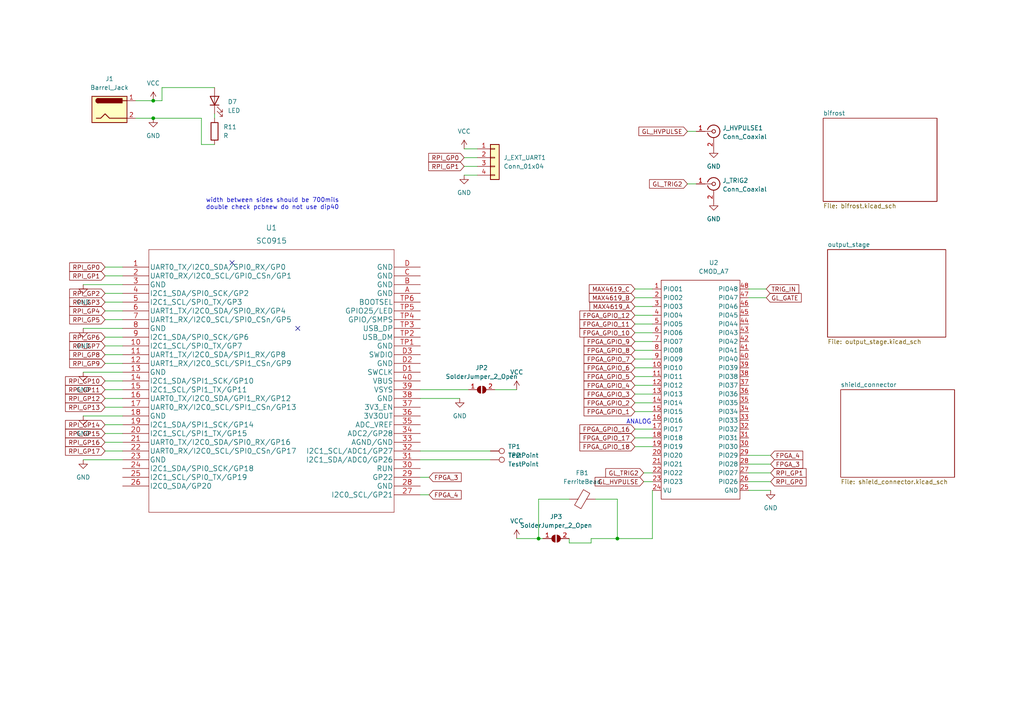
<source format=kicad_sch>
(kicad_sch (version 20211123) (generator eeschema)

  (uuid a976a548-07ed-403a-b4c1-99874295c88d)

  (paper "A4")

  (lib_symbols
    (symbol "Connector:Barrel_Jack" (pin_names (offset 1.016)) (in_bom yes) (on_board yes)
      (property "Reference" "J" (id 0) (at 0 5.334 0)
        (effects (font (size 1.27 1.27)))
      )
      (property "Value" "Barrel_Jack" (id 1) (at 0 -5.08 0)
        (effects (font (size 1.27 1.27)))
      )
      (property "Footprint" "" (id 2) (at 1.27 -1.016 0)
        (effects (font (size 1.27 1.27)) hide)
      )
      (property "Datasheet" "~" (id 3) (at 1.27 -1.016 0)
        (effects (font (size 1.27 1.27)) hide)
      )
      (property "ki_keywords" "DC power barrel jack connector" (id 4) (at 0 0 0)
        (effects (font (size 1.27 1.27)) hide)
      )
      (property "ki_description" "DC Barrel Jack" (id 5) (at 0 0 0)
        (effects (font (size 1.27 1.27)) hide)
      )
      (property "ki_fp_filters" "BarrelJack*" (id 6) (at 0 0 0)
        (effects (font (size 1.27 1.27)) hide)
      )
      (symbol "Barrel_Jack_0_1"
        (rectangle (start -5.08 3.81) (end 5.08 -3.81)
          (stroke (width 0.254) (type default) (color 0 0 0 0))
          (fill (type background))
        )
        (arc (start -3.302 3.175) (mid -3.937 2.54) (end -3.302 1.905)
          (stroke (width 0.254) (type default) (color 0 0 0 0))
          (fill (type none))
        )
        (arc (start -3.302 3.175) (mid -3.937 2.54) (end -3.302 1.905)
          (stroke (width 0.254) (type default) (color 0 0 0 0))
          (fill (type outline))
        )
        (polyline
          (pts
            (xy 5.08 2.54)
            (xy 3.81 2.54)
          )
          (stroke (width 0.254) (type default) (color 0 0 0 0))
          (fill (type none))
        )
        (polyline
          (pts
            (xy -3.81 -2.54)
            (xy -2.54 -2.54)
            (xy -1.27 -1.27)
            (xy 0 -2.54)
            (xy 2.54 -2.54)
            (xy 5.08 -2.54)
          )
          (stroke (width 0.254) (type default) (color 0 0 0 0))
          (fill (type none))
        )
        (rectangle (start 3.683 3.175) (end -3.302 1.905)
          (stroke (width 0.254) (type default) (color 0 0 0 0))
          (fill (type outline))
        )
      )
      (symbol "Barrel_Jack_1_1"
        (pin passive line (at 7.62 2.54 180) (length 2.54)
          (name "~" (effects (font (size 1.27 1.27))))
          (number "1" (effects (font (size 1.27 1.27))))
        )
        (pin passive line (at 7.62 -2.54 180) (length 2.54)
          (name "~" (effects (font (size 1.27 1.27))))
          (number "2" (effects (font (size 1.27 1.27))))
        )
      )
    )
    (symbol "Connector:Conn_Coaxial" (pin_names (offset 1.016) hide) (in_bom yes) (on_board yes)
      (property "Reference" "J" (id 0) (at 0.254 3.048 0)
        (effects (font (size 1.27 1.27)))
      )
      (property "Value" "Conn_Coaxial" (id 1) (at 2.921 0 90)
        (effects (font (size 1.27 1.27)))
      )
      (property "Footprint" "" (id 2) (at 0 0 0)
        (effects (font (size 1.27 1.27)) hide)
      )
      (property "Datasheet" " ~" (id 3) (at 0 0 0)
        (effects (font (size 1.27 1.27)) hide)
      )
      (property "ki_keywords" "BNC SMA SMB SMC LEMO coaxial connector CINCH RCA" (id 4) (at 0 0 0)
        (effects (font (size 1.27 1.27)) hide)
      )
      (property "ki_description" "coaxial connector (BNC, SMA, SMB, SMC, Cinch/RCA, LEMO, ...)" (id 5) (at 0 0 0)
        (effects (font (size 1.27 1.27)) hide)
      )
      (property "ki_fp_filters" "*BNC* *SMA* *SMB* *SMC* *Cinch* *LEMO*" (id 6) (at 0 0 0)
        (effects (font (size 1.27 1.27)) hide)
      )
      (symbol "Conn_Coaxial_0_1"
        (arc (start -1.778 -0.508) (mid 0.2311 -1.8066) (end 1.778 0)
          (stroke (width 0.254) (type default) (color 0 0 0 0))
          (fill (type none))
        )
        (polyline
          (pts
            (xy -2.54 0)
            (xy -0.508 0)
          )
          (stroke (width 0) (type default) (color 0 0 0 0))
          (fill (type none))
        )
        (polyline
          (pts
            (xy 0 -2.54)
            (xy 0 -1.778)
          )
          (stroke (width 0) (type default) (color 0 0 0 0))
          (fill (type none))
        )
        (circle (center 0 0) (radius 0.508)
          (stroke (width 0.2032) (type default) (color 0 0 0 0))
          (fill (type none))
        )
        (arc (start 1.778 0) (mid 0.2099 1.8101) (end -1.778 0.508)
          (stroke (width 0.254) (type default) (color 0 0 0 0))
          (fill (type none))
        )
      )
      (symbol "Conn_Coaxial_1_1"
        (pin passive line (at -5.08 0 0) (length 2.54)
          (name "In" (effects (font (size 1.27 1.27))))
          (number "1" (effects (font (size 1.27 1.27))))
        )
        (pin passive line (at 0 -5.08 90) (length 2.54)
          (name "Ext" (effects (font (size 1.27 1.27))))
          (number "2" (effects (font (size 1.27 1.27))))
        )
      )
    )
    (symbol "Connector:TestPoint" (pin_numbers hide) (pin_names (offset 0.762) hide) (in_bom yes) (on_board yes)
      (property "Reference" "TP" (id 0) (at 0 6.858 0)
        (effects (font (size 1.27 1.27)))
      )
      (property "Value" "TestPoint" (id 1) (at 0 5.08 0)
        (effects (font (size 1.27 1.27)))
      )
      (property "Footprint" "" (id 2) (at 5.08 0 0)
        (effects (font (size 1.27 1.27)) hide)
      )
      (property "Datasheet" "~" (id 3) (at 5.08 0 0)
        (effects (font (size 1.27 1.27)) hide)
      )
      (property "ki_keywords" "test point tp" (id 4) (at 0 0 0)
        (effects (font (size 1.27 1.27)) hide)
      )
      (property "ki_description" "test point" (id 5) (at 0 0 0)
        (effects (font (size 1.27 1.27)) hide)
      )
      (property "ki_fp_filters" "Pin* Test*" (id 6) (at 0 0 0)
        (effects (font (size 1.27 1.27)) hide)
      )
      (symbol "TestPoint_0_1"
        (circle (center 0 3.302) (radius 0.762)
          (stroke (width 0) (type default) (color 0 0 0 0))
          (fill (type none))
        )
      )
      (symbol "TestPoint_1_1"
        (pin passive line (at 0 0 90) (length 2.54)
          (name "1" (effects (font (size 1.27 1.27))))
          (number "1" (effects (font (size 1.27 1.27))))
        )
      )
    )
    (symbol "Connector_Generic:Conn_01x04" (pin_names (offset 1.016) hide) (in_bom yes) (on_board yes)
      (property "Reference" "J" (id 0) (at 0 5.08 0)
        (effects (font (size 1.27 1.27)))
      )
      (property "Value" "Conn_01x04" (id 1) (at 0 -7.62 0)
        (effects (font (size 1.27 1.27)))
      )
      (property "Footprint" "" (id 2) (at 0 0 0)
        (effects (font (size 1.27 1.27)) hide)
      )
      (property "Datasheet" "~" (id 3) (at 0 0 0)
        (effects (font (size 1.27 1.27)) hide)
      )
      (property "ki_keywords" "connector" (id 4) (at 0 0 0)
        (effects (font (size 1.27 1.27)) hide)
      )
      (property "ki_description" "Generic connector, single row, 01x04, script generated (kicad-library-utils/schlib/autogen/connector/)" (id 5) (at 0 0 0)
        (effects (font (size 1.27 1.27)) hide)
      )
      (property "ki_fp_filters" "Connector*:*_1x??_*" (id 6) (at 0 0 0)
        (effects (font (size 1.27 1.27)) hide)
      )
      (symbol "Conn_01x04_1_1"
        (rectangle (start -1.27 -4.953) (end 0 -5.207)
          (stroke (width 0.1524) (type default) (color 0 0 0 0))
          (fill (type none))
        )
        (rectangle (start -1.27 -2.413) (end 0 -2.667)
          (stroke (width 0.1524) (type default) (color 0 0 0 0))
          (fill (type none))
        )
        (rectangle (start -1.27 0.127) (end 0 -0.127)
          (stroke (width 0.1524) (type default) (color 0 0 0 0))
          (fill (type none))
        )
        (rectangle (start -1.27 2.667) (end 0 2.413)
          (stroke (width 0.1524) (type default) (color 0 0 0 0))
          (fill (type none))
        )
        (rectangle (start -1.27 3.81) (end 1.27 -6.35)
          (stroke (width 0.254) (type default) (color 0 0 0 0))
          (fill (type background))
        )
        (pin passive line (at -5.08 2.54 0) (length 3.81)
          (name "Pin_1" (effects (font (size 1.27 1.27))))
          (number "1" (effects (font (size 1.27 1.27))))
        )
        (pin passive line (at -5.08 0 0) (length 3.81)
          (name "Pin_2" (effects (font (size 1.27 1.27))))
          (number "2" (effects (font (size 1.27 1.27))))
        )
        (pin passive line (at -5.08 -2.54 0) (length 3.81)
          (name "Pin_3" (effects (font (size 1.27 1.27))))
          (number "3" (effects (font (size 1.27 1.27))))
        )
        (pin passive line (at -5.08 -5.08 0) (length 3.81)
          (name "Pin_4" (effects (font (size 1.27 1.27))))
          (number "4" (effects (font (size 1.27 1.27))))
        )
      )
    )
    (symbol "Device:FerriteBead" (pin_numbers hide) (pin_names (offset 0)) (in_bom yes) (on_board yes)
      (property "Reference" "FB" (id 0) (at -3.81 0.635 90)
        (effects (font (size 1.27 1.27)))
      )
      (property "Value" "FerriteBead" (id 1) (at 3.81 0 90)
        (effects (font (size 1.27 1.27)))
      )
      (property "Footprint" "" (id 2) (at -1.778 0 90)
        (effects (font (size 1.27 1.27)) hide)
      )
      (property "Datasheet" "~" (id 3) (at 0 0 0)
        (effects (font (size 1.27 1.27)) hide)
      )
      (property "ki_keywords" "L ferrite bead inductor filter" (id 4) (at 0 0 0)
        (effects (font (size 1.27 1.27)) hide)
      )
      (property "ki_description" "Ferrite bead" (id 5) (at 0 0 0)
        (effects (font (size 1.27 1.27)) hide)
      )
      (property "ki_fp_filters" "Inductor_* L_* *Ferrite*" (id 6) (at 0 0 0)
        (effects (font (size 1.27 1.27)) hide)
      )
      (symbol "FerriteBead_0_1"
        (polyline
          (pts
            (xy 0 -1.27)
            (xy 0 -1.2192)
          )
          (stroke (width 0) (type default) (color 0 0 0 0))
          (fill (type none))
        )
        (polyline
          (pts
            (xy 0 1.27)
            (xy 0 1.2954)
          )
          (stroke (width 0) (type default) (color 0 0 0 0))
          (fill (type none))
        )
        (polyline
          (pts
            (xy -2.7686 0.4064)
            (xy -1.7018 2.2606)
            (xy 2.7686 -0.3048)
            (xy 1.6764 -2.159)
            (xy -2.7686 0.4064)
          )
          (stroke (width 0) (type default) (color 0 0 0 0))
          (fill (type none))
        )
      )
      (symbol "FerriteBead_1_1"
        (pin passive line (at 0 3.81 270) (length 2.54)
          (name "~" (effects (font (size 1.27 1.27))))
          (number "1" (effects (font (size 1.27 1.27))))
        )
        (pin passive line (at 0 -3.81 90) (length 2.54)
          (name "~" (effects (font (size 1.27 1.27))))
          (number "2" (effects (font (size 1.27 1.27))))
        )
      )
    )
    (symbol "Device:LED" (pin_numbers hide) (pin_names (offset 1.016) hide) (in_bom yes) (on_board yes)
      (property "Reference" "D" (id 0) (at 0 2.54 0)
        (effects (font (size 1.27 1.27)))
      )
      (property "Value" "LED" (id 1) (at 0 -2.54 0)
        (effects (font (size 1.27 1.27)))
      )
      (property "Footprint" "" (id 2) (at 0 0 0)
        (effects (font (size 1.27 1.27)) hide)
      )
      (property "Datasheet" "~" (id 3) (at 0 0 0)
        (effects (font (size 1.27 1.27)) hide)
      )
      (property "ki_keywords" "LED diode" (id 4) (at 0 0 0)
        (effects (font (size 1.27 1.27)) hide)
      )
      (property "ki_description" "Light emitting diode" (id 5) (at 0 0 0)
        (effects (font (size 1.27 1.27)) hide)
      )
      (property "ki_fp_filters" "LED* LED_SMD:* LED_THT:*" (id 6) (at 0 0 0)
        (effects (font (size 1.27 1.27)) hide)
      )
      (symbol "LED_0_1"
        (polyline
          (pts
            (xy -1.27 -1.27)
            (xy -1.27 1.27)
          )
          (stroke (width 0.254) (type default) (color 0 0 0 0))
          (fill (type none))
        )
        (polyline
          (pts
            (xy -1.27 0)
            (xy 1.27 0)
          )
          (stroke (width 0) (type default) (color 0 0 0 0))
          (fill (type none))
        )
        (polyline
          (pts
            (xy 1.27 -1.27)
            (xy 1.27 1.27)
            (xy -1.27 0)
            (xy 1.27 -1.27)
          )
          (stroke (width 0.254) (type default) (color 0 0 0 0))
          (fill (type none))
        )
        (polyline
          (pts
            (xy -3.048 -0.762)
            (xy -4.572 -2.286)
            (xy -3.81 -2.286)
            (xy -4.572 -2.286)
            (xy -4.572 -1.524)
          )
          (stroke (width 0) (type default) (color 0 0 0 0))
          (fill (type none))
        )
        (polyline
          (pts
            (xy -1.778 -0.762)
            (xy -3.302 -2.286)
            (xy -2.54 -2.286)
            (xy -3.302 -2.286)
            (xy -3.302 -1.524)
          )
          (stroke (width 0) (type default) (color 0 0 0 0))
          (fill (type none))
        )
      )
      (symbol "LED_1_1"
        (pin passive line (at -3.81 0 0) (length 2.54)
          (name "K" (effects (font (size 1.27 1.27))))
          (number "1" (effects (font (size 1.27 1.27))))
        )
        (pin passive line (at 3.81 0 180) (length 2.54)
          (name "A" (effects (font (size 1.27 1.27))))
          (number "2" (effects (font (size 1.27 1.27))))
        )
      )
    )
    (symbol "Device:R" (pin_numbers hide) (pin_names (offset 0)) (in_bom yes) (on_board yes)
      (property "Reference" "R" (id 0) (at 2.032 0 90)
        (effects (font (size 1.27 1.27)))
      )
      (property "Value" "R" (id 1) (at 0 0 90)
        (effects (font (size 1.27 1.27)))
      )
      (property "Footprint" "" (id 2) (at -1.778 0 90)
        (effects (font (size 1.27 1.27)) hide)
      )
      (property "Datasheet" "~" (id 3) (at 0 0 0)
        (effects (font (size 1.27 1.27)) hide)
      )
      (property "ki_keywords" "R res resistor" (id 4) (at 0 0 0)
        (effects (font (size 1.27 1.27)) hide)
      )
      (property "ki_description" "Resistor" (id 5) (at 0 0 0)
        (effects (font (size 1.27 1.27)) hide)
      )
      (property "ki_fp_filters" "R_*" (id 6) (at 0 0 0)
        (effects (font (size 1.27 1.27)) hide)
      )
      (symbol "R_0_1"
        (rectangle (start -1.016 -2.54) (end 1.016 2.54)
          (stroke (width 0.254) (type default) (color 0 0 0 0))
          (fill (type none))
        )
      )
      (symbol "R_1_1"
        (pin passive line (at 0 3.81 270) (length 1.27)
          (name "~" (effects (font (size 1.27 1.27))))
          (number "1" (effects (font (size 1.27 1.27))))
        )
        (pin passive line (at 0 -3.81 90) (length 1.27)
          (name "~" (effects (font (size 1.27 1.27))))
          (number "2" (effects (font (size 1.27 1.27))))
        )
      )
    )
    (symbol "Jumper:SolderJumper_2_Open" (pin_names (offset 0) hide) (in_bom yes) (on_board yes)
      (property "Reference" "JP" (id 0) (at 0 2.032 0)
        (effects (font (size 1.27 1.27)))
      )
      (property "Value" "SolderJumper_2_Open" (id 1) (at 0 -2.54 0)
        (effects (font (size 1.27 1.27)))
      )
      (property "Footprint" "" (id 2) (at 0 0 0)
        (effects (font (size 1.27 1.27)) hide)
      )
      (property "Datasheet" "~" (id 3) (at 0 0 0)
        (effects (font (size 1.27 1.27)) hide)
      )
      (property "ki_keywords" "solder jumper SPST" (id 4) (at 0 0 0)
        (effects (font (size 1.27 1.27)) hide)
      )
      (property "ki_description" "Solder Jumper, 2-pole, open" (id 5) (at 0 0 0)
        (effects (font (size 1.27 1.27)) hide)
      )
      (property "ki_fp_filters" "SolderJumper*Open*" (id 6) (at 0 0 0)
        (effects (font (size 1.27 1.27)) hide)
      )
      (symbol "SolderJumper_2_Open_0_1"
        (arc (start -0.254 1.016) (mid -1.27 0) (end -0.254 -1.016)
          (stroke (width 0) (type default) (color 0 0 0 0))
          (fill (type none))
        )
        (arc (start -0.254 1.016) (mid -1.27 0) (end -0.254 -1.016)
          (stroke (width 0) (type default) (color 0 0 0 0))
          (fill (type outline))
        )
        (polyline
          (pts
            (xy -0.254 1.016)
            (xy -0.254 -1.016)
          )
          (stroke (width 0) (type default) (color 0 0 0 0))
          (fill (type none))
        )
        (polyline
          (pts
            (xy 0.254 1.016)
            (xy 0.254 -1.016)
          )
          (stroke (width 0) (type default) (color 0 0 0 0))
          (fill (type none))
        )
        (arc (start 0.254 -1.016) (mid 1.27 0) (end 0.254 1.016)
          (stroke (width 0) (type default) (color 0 0 0 0))
          (fill (type none))
        )
        (arc (start 0.254 -1.016) (mid 1.27 0) (end 0.254 1.016)
          (stroke (width 0) (type default) (color 0 0 0 0))
          (fill (type outline))
        )
      )
      (symbol "SolderJumper_2_Open_1_1"
        (pin passive line (at -3.81 0 0) (length 2.54)
          (name "A" (effects (font (size 1.27 1.27))))
          (number "1" (effects (font (size 1.27 1.27))))
        )
        (pin passive line (at 3.81 0 180) (length 2.54)
          (name "B" (effects (font (size 1.27 1.27))))
          (number "2" (effects (font (size 1.27 1.27))))
        )
      )
    )
    (symbol "glitcher:CMOD_A7" (in_bom yes) (on_board yes)
      (property "Reference" "U?" (id 0) (at 30.48 -5.08 0)
        (effects (font (size 1.27 1.27)))
      )
      (property "Value" "CMOD_A7" (id 1) (at 30.48 -7.62 0)
        (effects (font (size 1.27 1.27)))
      )
      (property "Footprint" "Package_DIP:DIP-48_W15.24mm_Socket_LongPads" (id 2) (at 27.94 -7.62 0)
        (effects (font (size 1.27 1.27)) hide)
      )
      (property "Datasheet" "" (id 3) (at 27.94 -7.62 0)
        (effects (font (size 1.27 1.27)) hide)
      )
      (symbol "CMOD_A7_0_1"
        (rectangle (start 15.24 -10.16) (end 38.1 -73.66)
          (stroke (width 0) (type default) (color 0 0 0 0))
          (fill (type none))
        )
      )
      (symbol "CMOD_A7_1_1"
        (pin input line (at 12.7 -12.7 0) (length 2.54)
          (name "PIO01" (effects (font (size 1.27 1.27))))
          (number "1" (effects (font (size 1.27 1.27))))
        )
        (pin input line (at 12.7 -35.56 0) (length 2.54)
          (name "PIO10" (effects (font (size 1.27 1.27))))
          (number "10" (effects (font (size 1.27 1.27))))
        )
        (pin input line (at 12.7 -38.1 0) (length 2.54)
          (name "PIO11" (effects (font (size 1.27 1.27))))
          (number "11" (effects (font (size 1.27 1.27))))
        )
        (pin input line (at 12.7 -40.64 0) (length 2.54)
          (name "PIO12" (effects (font (size 1.27 1.27))))
          (number "12" (effects (font (size 1.27 1.27))))
        )
        (pin input line (at 12.7 -43.18 0) (length 2.54)
          (name "PIO13" (effects (font (size 1.27 1.27))))
          (number "13" (effects (font (size 1.27 1.27))))
        )
        (pin input line (at 12.7 -45.72 0) (length 2.54)
          (name "PIO14" (effects (font (size 1.27 1.27))))
          (number "14" (effects (font (size 1.27 1.27))))
        )
        (pin input line (at 12.7 -48.26 0) (length 2.54)
          (name "PIO15" (effects (font (size 1.27 1.27))))
          (number "15" (effects (font (size 1.27 1.27))))
        )
        (pin input line (at 12.7 -50.8 0) (length 2.54)
          (name "PIO16" (effects (font (size 1.27 1.27))))
          (number "16" (effects (font (size 1.27 1.27))))
        )
        (pin input line (at 12.7 -53.34 0) (length 2.54)
          (name "PIO17" (effects (font (size 1.27 1.27))))
          (number "17" (effects (font (size 1.27 1.27))))
        )
        (pin input line (at 12.7 -55.88 0) (length 2.54)
          (name "PIO18" (effects (font (size 1.27 1.27))))
          (number "18" (effects (font (size 1.27 1.27))))
        )
        (pin input line (at 12.7 -58.42 0) (length 2.54)
          (name "PIO19" (effects (font (size 1.27 1.27))))
          (number "19" (effects (font (size 1.27 1.27))))
        )
        (pin input line (at 12.7 -15.24 0) (length 2.54)
          (name "PIO02" (effects (font (size 1.27 1.27))))
          (number "2" (effects (font (size 1.27 1.27))))
        )
        (pin input line (at 12.7 -60.96 0) (length 2.54)
          (name "PIO20" (effects (font (size 1.27 1.27))))
          (number "20" (effects (font (size 1.27 1.27))))
        )
        (pin input line (at 12.7 -63.5 0) (length 2.54)
          (name "PIO21" (effects (font (size 1.27 1.27))))
          (number "21" (effects (font (size 1.27 1.27))))
        )
        (pin input line (at 12.7 -66.04 0) (length 2.54)
          (name "PIO22" (effects (font (size 1.27 1.27))))
          (number "22" (effects (font (size 1.27 1.27))))
        )
        (pin input line (at 12.7 -68.58 0) (length 2.54)
          (name "PIO23" (effects (font (size 1.27 1.27))))
          (number "23" (effects (font (size 1.27 1.27))))
        )
        (pin input line (at 12.7 -71.12 0) (length 2.54)
          (name "VU" (effects (font (size 1.27 1.27))))
          (number "24" (effects (font (size 1.27 1.27))))
        )
        (pin input line (at 40.64 -71.12 180) (length 2.54)
          (name "GND" (effects (font (size 1.27 1.27))))
          (number "25" (effects (font (size 1.27 1.27))))
        )
        (pin input line (at 40.64 -68.58 180) (length 2.54)
          (name "PIO26" (effects (font (size 1.27 1.27))))
          (number "26" (effects (font (size 1.27 1.27))))
        )
        (pin input line (at 40.64 -66.04 180) (length 2.54)
          (name "PIO27" (effects (font (size 1.27 1.27))))
          (number "27" (effects (font (size 1.27 1.27))))
        )
        (pin input line (at 40.64 -63.5 180) (length 2.54)
          (name "PIO28" (effects (font (size 1.27 1.27))))
          (number "28" (effects (font (size 1.27 1.27))))
        )
        (pin input line (at 40.64 -60.96 180) (length 2.54)
          (name "PIO29" (effects (font (size 1.27 1.27))))
          (number "29" (effects (font (size 1.27 1.27))))
        )
        (pin input line (at 12.7 -17.78 0) (length 2.54)
          (name "PIO03" (effects (font (size 1.27 1.27))))
          (number "3" (effects (font (size 1.27 1.27))))
        )
        (pin input line (at 40.64 -58.42 180) (length 2.54)
          (name "PIO30" (effects (font (size 1.27 1.27))))
          (number "30" (effects (font (size 1.27 1.27))))
        )
        (pin input line (at 40.64 -55.88 180) (length 2.54)
          (name "PIO31" (effects (font (size 1.27 1.27))))
          (number "31" (effects (font (size 1.27 1.27))))
        )
        (pin input line (at 40.64 -53.34 180) (length 2.54)
          (name "PIO32" (effects (font (size 1.27 1.27))))
          (number "32" (effects (font (size 1.27 1.27))))
        )
        (pin input line (at 40.64 -50.8 180) (length 2.54)
          (name "PIO33" (effects (font (size 1.27 1.27))))
          (number "33" (effects (font (size 1.27 1.27))))
        )
        (pin input line (at 40.64 -48.26 180) (length 2.54)
          (name "PIO34" (effects (font (size 1.27 1.27))))
          (number "34" (effects (font (size 1.27 1.27))))
        )
        (pin input line (at 40.64 -45.72 180) (length 2.54)
          (name "PIO35" (effects (font (size 1.27 1.27))))
          (number "35" (effects (font (size 1.27 1.27))))
        )
        (pin input line (at 40.64 -43.18 180) (length 2.54)
          (name "PIO36" (effects (font (size 1.27 1.27))))
          (number "36" (effects (font (size 1.27 1.27))))
        )
        (pin input line (at 40.64 -40.64 180) (length 2.54)
          (name "PIO37" (effects (font (size 1.27 1.27))))
          (number "37" (effects (font (size 1.27 1.27))))
        )
        (pin input line (at 40.64 -38.1 180) (length 2.54)
          (name "PIO38" (effects (font (size 1.27 1.27))))
          (number "38" (effects (font (size 1.27 1.27))))
        )
        (pin input line (at 40.64 -35.56 180) (length 2.54)
          (name "PIO39" (effects (font (size 1.27 1.27))))
          (number "39" (effects (font (size 1.27 1.27))))
        )
        (pin input line (at 12.7 -20.32 0) (length 2.54)
          (name "PIO04" (effects (font (size 1.27 1.27))))
          (number "4" (effects (font (size 1.27 1.27))))
        )
        (pin input line (at 40.64 -33.02 180) (length 2.54)
          (name "PIO40" (effects (font (size 1.27 1.27))))
          (number "40" (effects (font (size 1.27 1.27))))
        )
        (pin input line (at 40.64 -30.48 180) (length 2.54)
          (name "PIO41" (effects (font (size 1.27 1.27))))
          (number "41" (effects (font (size 1.27 1.27))))
        )
        (pin input line (at 40.64 -27.94 180) (length 2.54)
          (name "PIO42" (effects (font (size 1.27 1.27))))
          (number "42" (effects (font (size 1.27 1.27))))
        )
        (pin input line (at 40.64 -25.4 180) (length 2.54)
          (name "PIO43" (effects (font (size 1.27 1.27))))
          (number "43" (effects (font (size 1.27 1.27))))
        )
        (pin input line (at 40.64 -22.86 180) (length 2.54)
          (name "PIO44" (effects (font (size 1.27 1.27))))
          (number "44" (effects (font (size 1.27 1.27))))
        )
        (pin input line (at 40.64 -20.32 180) (length 2.54)
          (name "PIO45" (effects (font (size 1.27 1.27))))
          (number "45" (effects (font (size 1.27 1.27))))
        )
        (pin input line (at 40.64 -17.78 180) (length 2.54)
          (name "PIO46" (effects (font (size 1.27 1.27))))
          (number "46" (effects (font (size 1.27 1.27))))
        )
        (pin input line (at 40.64 -15.24 180) (length 2.54)
          (name "PIO47" (effects (font (size 1.27 1.27))))
          (number "47" (effects (font (size 1.27 1.27))))
        )
        (pin input line (at 40.64 -12.7 180) (length 2.54)
          (name "PIO48" (effects (font (size 1.27 1.27))))
          (number "48" (effects (font (size 1.27 1.27))))
        )
        (pin input line (at 12.7 -22.86 0) (length 2.54)
          (name "PIO05" (effects (font (size 1.27 1.27))))
          (number "5" (effects (font (size 1.27 1.27))))
        )
        (pin input line (at 12.7 -25.4 0) (length 2.54)
          (name "PIO06" (effects (font (size 1.27 1.27))))
          (number "6" (effects (font (size 1.27 1.27))))
        )
        (pin input line (at 12.7 -27.94 0) (length 2.54)
          (name "PIO07" (effects (font (size 1.27 1.27))))
          (number "7" (effects (font (size 1.27 1.27))))
        )
        (pin input line (at 12.7 -30.48 0) (length 2.54)
          (name "PIO08" (effects (font (size 1.27 1.27))))
          (number "8" (effects (font (size 1.27 1.27))))
        )
        (pin input line (at 12.7 -33.02 0) (length 2.54)
          (name "PIO09" (effects (font (size 1.27 1.27))))
          (number "9" (effects (font (size 1.27 1.27))))
        )
      )
    )
    (symbol "glitcher:SC0915" (pin_names (offset 0.254)) (in_bom yes) (on_board yes)
      (property "Reference" "U?" (id 0) (at 45.72 13.97 0)
        (effects (font (size 1.524 1.524)))
      )
      (property "Value" "SC0915" (id 1) (at 45.72 10.16 0)
        (effects (font (size 1.524 1.524)))
      )
      (property "Footprint" "DIP-40_W15.24mm_Socket_LongPads" (id 2) (at 45.72 8.636 0)
        (effects (font (size 1.524 1.524)) hide)
      )
      (property "Datasheet" "" (id 3) (at 0 0 0)
        (effects (font (size 1.524 1.524)))
      )
      (property "ki_locked" "" (id 4) (at 0 0 0)
        (effects (font (size 1.27 1.27)))
      )
      (property "ki_fp_filters" "SC0915_RPI" (id 5) (at 0 0 0)
        (effects (font (size 1.27 1.27)) hide)
      )
      (symbol "SC0915_1_1"
        (polyline
          (pts
            (xy 7.62 -71.12)
            (xy 78.74 -71.12)
          )
          (stroke (width 0.127) (type default) (color 0 0 0 0))
          (fill (type none))
        )
        (polyline
          (pts
            (xy 7.62 5.08)
            (xy 7.62 -71.12)
          )
          (stroke (width 0.127) (type default) (color 0 0 0 0))
          (fill (type none))
        )
        (polyline
          (pts
            (xy 78.74 -71.12)
            (xy 78.74 5.08)
          )
          (stroke (width 0.127) (type default) (color 0 0 0 0))
          (fill (type none))
        )
        (polyline
          (pts
            (xy 78.74 5.08)
            (xy 7.62 5.08)
          )
          (stroke (width 0.127) (type default) (color 0 0 0 0))
          (fill (type none))
        )
        (pin bidirectional line (at 0 0 0) (length 7.62)
          (name "UART0_TX/I2C0_SDA/SPI0_RX/GP0" (effects (font (size 1.4986 1.4986))))
          (number "1" (effects (font (size 1.4986 1.4986))))
        )
        (pin bidirectional line (at 0 -22.86 0) (length 7.62)
          (name "I2C1_SCL/SPI0_TX/GP7" (effects (font (size 1.4986 1.4986))))
          (number "10" (effects (font (size 1.4986 1.4986))))
        )
        (pin bidirectional line (at 0 -25.4 0) (length 7.62)
          (name "UART1_TX/I2C0_SDA/SPI1_RX/GP8" (effects (font (size 1.4986 1.4986))))
          (number "11" (effects (font (size 1.4986 1.4986))))
        )
        (pin bidirectional line (at 0 -27.94 0) (length 7.62)
          (name "UART1_RX/I2C0_SCL/SPI1_CSn/GP9" (effects (font (size 1.4986 1.4986))))
          (number "12" (effects (font (size 1.4986 1.4986))))
        )
        (pin power_in line (at 0 -30.48 0) (length 7.62)
          (name "GND" (effects (font (size 1.4986 1.4986))))
          (number "13" (effects (font (size 1.4986 1.4986))))
        )
        (pin bidirectional line (at 0 -33.02 0) (length 7.62)
          (name "I2C1_SDA/SPI1_SCK/GP10" (effects (font (size 1.4986 1.4986))))
          (number "14" (effects (font (size 1.4986 1.4986))))
        )
        (pin bidirectional line (at 0 -35.56 0) (length 7.62)
          (name "I2C1_SCL/SPI1_TX/GP11" (effects (font (size 1.4986 1.4986))))
          (number "15" (effects (font (size 1.4986 1.4986))))
        )
        (pin bidirectional line (at 0 -38.1 0) (length 7.62)
          (name "UART0_TX/I2C0_SDA/GPI1_RX/GP12" (effects (font (size 1.4986 1.4986))))
          (number "16" (effects (font (size 1.4986 1.4986))))
        )
        (pin bidirectional line (at 0 -40.64 0) (length 7.62)
          (name "UART0_RX/I2C0_SCL/SPI1_CSn/GP13" (effects (font (size 1.4986 1.4986))))
          (number "17" (effects (font (size 1.4986 1.4986))))
        )
        (pin power_in line (at 0 -43.18 0) (length 7.62)
          (name "GND" (effects (font (size 1.4986 1.4986))))
          (number "18" (effects (font (size 1.4986 1.4986))))
        )
        (pin bidirectional line (at 0 -45.72 0) (length 7.62)
          (name "I2C1_SDA/SPI1_SCK/GP14" (effects (font (size 1.4986 1.4986))))
          (number "19" (effects (font (size 1.4986 1.4986))))
        )
        (pin bidirectional line (at 0 -2.54 0) (length 7.62)
          (name "UART0_RX/I2C0_SCL/GPI0_CSn/GP1" (effects (font (size 1.4986 1.4986))))
          (number "2" (effects (font (size 1.4986 1.4986))))
        )
        (pin bidirectional line (at 0 -48.26 0) (length 7.62)
          (name "I2C1_SCL/SPI1_TX/GP15" (effects (font (size 1.4986 1.4986))))
          (number "20" (effects (font (size 1.4986 1.4986))))
        )
        (pin bidirectional line (at 0 -50.8 0) (length 7.62)
          (name "UART0_TX/I2C0_SDA/SPI0_RX/GP16" (effects (font (size 1.4986 1.4986))))
          (number "21" (effects (font (size 1.4986 1.4986))))
        )
        (pin bidirectional line (at 0 -53.34 0) (length 7.62)
          (name "UART0_RX/I2C0_SCL/SPI0_CSn/GP17" (effects (font (size 1.4986 1.4986))))
          (number "22" (effects (font (size 1.4986 1.4986))))
        )
        (pin power_in line (at 0 -55.88 0) (length 7.62)
          (name "GND" (effects (font (size 1.4986 1.4986))))
          (number "23" (effects (font (size 1.4986 1.4986))))
        )
        (pin bidirectional line (at 0 -58.42 0) (length 7.62)
          (name "I2C1_SDA/SPI0_SCK/GP18" (effects (font (size 1.4986 1.4986))))
          (number "24" (effects (font (size 1.4986 1.4986))))
        )
        (pin bidirectional line (at 0 -60.96 0) (length 7.62)
          (name "I2C1_SCL/SPI0_TX/GP19" (effects (font (size 1.4986 1.4986))))
          (number "25" (effects (font (size 1.4986 1.4986))))
        )
        (pin bidirectional line (at 0 -63.5 0) (length 7.62)
          (name "I2C0_SDA/GP20" (effects (font (size 1.4986 1.4986))))
          (number "26" (effects (font (size 1.4986 1.4986))))
        )
        (pin bidirectional line (at 86.36 -66.04 180) (length 7.62)
          (name "I2C0_SCL/GP21" (effects (font (size 1.4986 1.4986))))
          (number "27" (effects (font (size 1.4986 1.4986))))
        )
        (pin power_in line (at 86.36 -63.5 180) (length 7.62)
          (name "GND" (effects (font (size 1.4986 1.4986))))
          (number "28" (effects (font (size 1.4986 1.4986))))
        )
        (pin bidirectional line (at 86.36 -60.96 180) (length 7.62)
          (name "GP22" (effects (font (size 1.4986 1.4986))))
          (number "29" (effects (font (size 1.4986 1.4986))))
        )
        (pin power_in line (at 0 -5.08 0) (length 7.62)
          (name "GND" (effects (font (size 1.4986 1.4986))))
          (number "3" (effects (font (size 1.4986 1.4986))))
        )
        (pin unspecified line (at 86.36 -58.42 180) (length 7.62)
          (name "RUN" (effects (font (size 1.4986 1.4986))))
          (number "30" (effects (font (size 1.4986 1.4986))))
        )
        (pin bidirectional line (at 86.36 -55.88 180) (length 7.62)
          (name "I2C1_SDA/ADC0/GP26" (effects (font (size 1.4986 1.4986))))
          (number "31" (effects (font (size 1.4986 1.4986))))
        )
        (pin bidirectional line (at 86.36 -53.34 180) (length 7.62)
          (name "I2C1_SCL/ADC1/GP27" (effects (font (size 1.4986 1.4986))))
          (number "32" (effects (font (size 1.4986 1.4986))))
        )
        (pin power_in line (at 86.36 -50.8 180) (length 7.62)
          (name "AGND/GND" (effects (font (size 1.4986 1.4986))))
          (number "33" (effects (font (size 1.4986 1.4986))))
        )
        (pin bidirectional line (at 86.36 -48.26 180) (length 7.62)
          (name "ADC2/GP28" (effects (font (size 1.4986 1.4986))))
          (number "34" (effects (font (size 1.4986 1.4986))))
        )
        (pin power_in line (at 86.36 -45.72 180) (length 7.62)
          (name "ADC_VREF" (effects (font (size 1.4986 1.4986))))
          (number "35" (effects (font (size 1.4986 1.4986))))
        )
        (pin output line (at 86.36 -43.18 180) (length 7.62)
          (name "3V3OUT" (effects (font (size 1.4986 1.4986))))
          (number "36" (effects (font (size 1.4986 1.4986))))
        )
        (pin power_in line (at 86.36 -40.64 180) (length 7.62)
          (name "3V3_EN" (effects (font (size 1.4986 1.4986))))
          (number "37" (effects (font (size 1.4986 1.4986))))
        )
        (pin power_in line (at 86.36 -38.1 180) (length 7.62)
          (name "GND" (effects (font (size 1.4986 1.4986))))
          (number "38" (effects (font (size 1.4986 1.4986))))
        )
        (pin power_in line (at 86.36 -35.56 180) (length 7.62)
          (name "VSYS" (effects (font (size 1.4986 1.4986))))
          (number "39" (effects (font (size 1.4986 1.4986))))
        )
        (pin bidirectional line (at 0 -7.62 0) (length 7.62)
          (name "I2C1_SDA/SPI0_SCK/GP2" (effects (font (size 1.4986 1.4986))))
          (number "4" (effects (font (size 1.4986 1.4986))))
        )
        (pin power_in line (at 86.36 -33.02 180) (length 7.62)
          (name "VBUS" (effects (font (size 1.4986 1.4986))))
          (number "40" (effects (font (size 1.4986 1.4986))))
        )
        (pin bidirectional line (at 0 -10.16 0) (length 7.62)
          (name "I2C1_SCL/SPI0_TX/GP3" (effects (font (size 1.4986 1.4986))))
          (number "5" (effects (font (size 1.4986 1.4986))))
        )
        (pin bidirectional line (at 0 -12.7 0) (length 7.62)
          (name "UART1_TX/I2C0_SDA/SPI0_RX/GP4" (effects (font (size 1.4986 1.4986))))
          (number "6" (effects (font (size 1.4986 1.4986))))
        )
        (pin bidirectional line (at 0 -15.24 0) (length 7.62)
          (name "UART1_RX/I2C0_SCL/SPI0_CSn/GP5" (effects (font (size 1.4986 1.4986))))
          (number "7" (effects (font (size 1.4986 1.4986))))
        )
        (pin power_in line (at 0 -17.78 0) (length 7.62)
          (name "GND" (effects (font (size 1.4986 1.4986))))
          (number "8" (effects (font (size 1.4986 1.4986))))
        )
        (pin bidirectional line (at 0 -20.32 0) (length 7.62)
          (name "I2C1_SDA/SPI0_SCK/GP6" (effects (font (size 1.4986 1.4986))))
          (number "9" (effects (font (size 1.4986 1.4986))))
        )
        (pin power_in line (at 86.36 -7.62 180) (length 7.62)
          (name "GND" (effects (font (size 1.4986 1.4986))))
          (number "A" (effects (font (size 1.4986 1.4986))))
        )
        (pin power_in line (at 86.36 -5.08 180) (length 7.62)
          (name "GND" (effects (font (size 1.4986 1.4986))))
          (number "B" (effects (font (size 1.4986 1.4986))))
        )
        (pin power_in line (at 86.36 -2.54 180) (length 7.62)
          (name "GND" (effects (font (size 1.4986 1.4986))))
          (number "C" (effects (font (size 1.4986 1.4986))))
        )
        (pin power_in line (at 86.36 0 180) (length 7.62)
          (name "GND" (effects (font (size 1.4986 1.4986))))
          (number "D" (effects (font (size 1.4986 1.4986))))
        )
        (pin unspecified line (at 86.36 -30.48 180) (length 7.62)
          (name "SWCLK" (effects (font (size 1.4986 1.4986))))
          (number "D1" (effects (font (size 1.4986 1.4986))))
        )
        (pin power_in line (at 86.36 -27.94 180) (length 7.62)
          (name "GND" (effects (font (size 1.4986 1.4986))))
          (number "D2" (effects (font (size 1.4986 1.4986))))
        )
        (pin unspecified line (at 86.36 -25.4 180) (length 7.62)
          (name "SWDIO" (effects (font (size 1.4986 1.4986))))
          (number "D3" (effects (font (size 1.4986 1.4986))))
        )
        (pin power_in line (at 86.36 -22.86 180) (length 7.62)
          (name "GND" (effects (font (size 1.4986 1.4986))))
          (number "TP1" (effects (font (size 1.4986 1.4986))))
        )
        (pin unspecified line (at 86.36 -20.32 180) (length 7.62)
          (name "USB_DM" (effects (font (size 1.4986 1.4986))))
          (number "TP2" (effects (font (size 1.4986 1.4986))))
        )
        (pin unspecified line (at 86.36 -17.78 180) (length 7.62)
          (name "USB_DP" (effects (font (size 1.4986 1.4986))))
          (number "TP3" (effects (font (size 1.4986 1.4986))))
        )
        (pin unspecified line (at 86.36 -15.24 180) (length 7.62)
          (name "GPIO/SMPS" (effects (font (size 1.4986 1.4986))))
          (number "TP4" (effects (font (size 1.4986 1.4986))))
        )
        (pin unspecified line (at 86.36 -12.7 180) (length 7.62)
          (name "GPIO25/LED" (effects (font (size 1.4986 1.4986))))
          (number "TP5" (effects (font (size 1.4986 1.4986))))
        )
        (pin unspecified line (at 86.36 -10.16 180) (length 7.62)
          (name "BOOTSEL" (effects (font (size 1.4986 1.4986))))
          (number "TP6" (effects (font (size 1.4986 1.4986))))
        )
      )
    )
    (symbol "power:GND" (power) (pin_names (offset 0)) (in_bom yes) (on_board yes)
      (property "Reference" "#PWR" (id 0) (at 0 -6.35 0)
        (effects (font (size 1.27 1.27)) hide)
      )
      (property "Value" "GND" (id 1) (at 0 -3.81 0)
        (effects (font (size 1.27 1.27)))
      )
      (property "Footprint" "" (id 2) (at 0 0 0)
        (effects (font (size 1.27 1.27)) hide)
      )
      (property "Datasheet" "" (id 3) (at 0 0 0)
        (effects (font (size 1.27 1.27)) hide)
      )
      (property "ki_keywords" "power-flag" (id 4) (at 0 0 0)
        (effects (font (size 1.27 1.27)) hide)
      )
      (property "ki_description" "Power symbol creates a global label with name \"GND\" , ground" (id 5) (at 0 0 0)
        (effects (font (size 1.27 1.27)) hide)
      )
      (symbol "GND_0_1"
        (polyline
          (pts
            (xy 0 0)
            (xy 0 -1.27)
            (xy 1.27 -1.27)
            (xy 0 -2.54)
            (xy -1.27 -1.27)
            (xy 0 -1.27)
          )
          (stroke (width 0) (type default) (color 0 0 0 0))
          (fill (type none))
        )
      )
      (symbol "GND_1_1"
        (pin power_in line (at 0 0 270) (length 0) hide
          (name "GND" (effects (font (size 1.27 1.27))))
          (number "1" (effects (font (size 1.27 1.27))))
        )
      )
    )
    (symbol "power:VCC" (power) (pin_names (offset 0)) (in_bom yes) (on_board yes)
      (property "Reference" "#PWR" (id 0) (at 0 -3.81 0)
        (effects (font (size 1.27 1.27)) hide)
      )
      (property "Value" "VCC" (id 1) (at 0 3.81 0)
        (effects (font (size 1.27 1.27)))
      )
      (property "Footprint" "" (id 2) (at 0 0 0)
        (effects (font (size 1.27 1.27)) hide)
      )
      (property "Datasheet" "" (id 3) (at 0 0 0)
        (effects (font (size 1.27 1.27)) hide)
      )
      (property "ki_keywords" "power-flag" (id 4) (at 0 0 0)
        (effects (font (size 1.27 1.27)) hide)
      )
      (property "ki_description" "Power symbol creates a global label with name \"VCC\"" (id 5) (at 0 0 0)
        (effects (font (size 1.27 1.27)) hide)
      )
      (symbol "VCC_0_1"
        (polyline
          (pts
            (xy -0.762 1.27)
            (xy 0 2.54)
          )
          (stroke (width 0) (type default) (color 0 0 0 0))
          (fill (type none))
        )
        (polyline
          (pts
            (xy 0 0)
            (xy 0 2.54)
          )
          (stroke (width 0) (type default) (color 0 0 0 0))
          (fill (type none))
        )
        (polyline
          (pts
            (xy 0 2.54)
            (xy 0.762 1.27)
          )
          (stroke (width 0) (type default) (color 0 0 0 0))
          (fill (type none))
        )
      )
      (symbol "VCC_1_1"
        (pin power_in line (at 0 0 90) (length 0) hide
          (name "VCC" (effects (font (size 1.27 1.27))))
          (number "1" (effects (font (size 1.27 1.27))))
        )
      )
    )
  )

  (junction (at 156.21 156.21) (diameter 0) (color 0 0 0 0)
    (uuid 42692893-c119-4f66-87a8-e48da1ca92d0)
  )
  (junction (at 44.45 34.29) (diameter 0) (color 0 0 0 0)
    (uuid 68485c7d-83c3-4d86-a94d-82d0840f7b00)
  )
  (junction (at 44.45 29.21) (diameter 0) (color 0 0 0 0)
    (uuid 9e9b9944-f47d-4824-9317-f58b81cd8373)
  )
  (junction (at 179.07 156.21) (diameter 0) (color 0 0 0 0)
    (uuid c7a06f36-6cea-4515-883c-92b157f85c0a)
  )

  (no_connect (at 86.36 95.25) (uuid 097c84ff-9b2a-4442-a669-788a665c7f4e))
  (no_connect (at 67.31 76.2) (uuid 097c84ff-9b2a-4442-a669-788a665c7f4f))

  (wire (pts (xy 30.48 125.73) (xy 35.56 125.73))
    (stroke (width 0) (type default) (color 0 0 0 0))
    (uuid 038eaf53-dbef-431b-844a-90f4abe78e06)
  )
  (wire (pts (xy 184.15 119.38) (xy 189.23 119.38))
    (stroke (width 0) (type default) (color 0 0 0 0))
    (uuid 0393f393-749c-462d-90c4-1dba17663ca4)
  )
  (wire (pts (xy 134.62 48.26) (xy 138.43 48.26))
    (stroke (width 0) (type default) (color 0 0 0 0))
    (uuid 06e6b6bb-d8d7-443c-bc91-e88c6c487f61)
  )
  (wire (pts (xy 172.72 144.78) (xy 179.07 144.78))
    (stroke (width 0) (type default) (color 0 0 0 0))
    (uuid 07b4b5a1-d178-4f5a-866d-af4ce34413c3)
  )
  (wire (pts (xy 179.07 156.21) (xy 189.23 156.21))
    (stroke (width 0) (type default) (color 0 0 0 0))
    (uuid 091d8b6c-b506-4bfd-84f4-3be2aa07e764)
  )
  (wire (pts (xy 58.42 41.91) (xy 62.23 41.91))
    (stroke (width 0) (type default) (color 0 0 0 0))
    (uuid 0a195e15-6a66-4ac8-86ee-65687a6fe048)
  )
  (wire (pts (xy 30.48 128.27) (xy 35.56 128.27))
    (stroke (width 0) (type default) (color 0 0 0 0))
    (uuid 10f8c4f7-d9d2-474c-9382-6bd2969c3aae)
  )
  (wire (pts (xy 189.23 106.68) (xy 184.15 106.68))
    (stroke (width 0) (type default) (color 0 0 0 0))
    (uuid 1114e105-4f43-40bc-8783-96f2a3abca41)
  )
  (wire (pts (xy 30.48 102.87) (xy 35.56 102.87))
    (stroke (width 0) (type default) (color 0 0 0 0))
    (uuid 11343df8-c1a5-42e1-bbc2-011713a7bebf)
  )
  (wire (pts (xy 134.62 50.8) (xy 138.43 50.8))
    (stroke (width 0) (type default) (color 0 0 0 0))
    (uuid 17773185-38e3-4896-add0-b08c872cd760)
  )
  (wire (pts (xy 184.15 124.46) (xy 189.23 124.46))
    (stroke (width 0) (type default) (color 0 0 0 0))
    (uuid 183cdf79-83cc-404a-b719-ebeddb65a777)
  )
  (wire (pts (xy 143.51 113.03) (xy 149.86 113.03))
    (stroke (width 0) (type default) (color 0 0 0 0))
    (uuid 1ea3fa57-b5f0-47ff-9e0f-65ee913b3a94)
  )
  (wire (pts (xy 46.99 25.4) (xy 46.99 29.21))
    (stroke (width 0) (type default) (color 0 0 0 0))
    (uuid 1f266ff3-00bd-4c47-bd83-785a2d8c8393)
  )
  (wire (pts (xy 39.37 29.21) (xy 44.45 29.21))
    (stroke (width 0) (type default) (color 0 0 0 0))
    (uuid 1f30b90f-9b0e-4818-8b57-75e6cbd49f59)
  )
  (wire (pts (xy 189.23 86.36) (xy 184.15 86.36))
    (stroke (width 0) (type default) (color 0 0 0 0))
    (uuid 24adcf97-b13e-4fe3-8d6e-274229b36d67)
  )
  (wire (pts (xy 189.23 83.82) (xy 184.15 83.82))
    (stroke (width 0) (type default) (color 0 0 0 0))
    (uuid 27f40545-43dd-40c8-b18c-40e0476a7a38)
  )
  (wire (pts (xy 24.13 107.95) (xy 35.56 107.95))
    (stroke (width 0) (type default) (color 0 0 0 0))
    (uuid 2e984bf0-1657-49bd-84be-360766c16776)
  )
  (wire (pts (xy 217.17 139.7) (xy 223.52 139.7))
    (stroke (width 0) (type default) (color 0 0 0 0))
    (uuid 2ed8ce5c-4ce6-456e-b249-24f2110d6078)
  )
  (wire (pts (xy 171.45 156.21) (xy 179.07 156.21))
    (stroke (width 0) (type default) (color 0 0 0 0))
    (uuid 3393eb25-5d93-424c-bbc1-1261c544d783)
  )
  (wire (pts (xy 217.17 132.08) (xy 223.52 132.08))
    (stroke (width 0) (type default) (color 0 0 0 0))
    (uuid 3527aa4c-fa53-46cc-bcbb-69fff6aa0856)
  )
  (wire (pts (xy 189.23 93.98) (xy 184.15 93.98))
    (stroke (width 0) (type default) (color 0 0 0 0))
    (uuid 35931e39-96c9-4286-9804-e97cc890c264)
  )
  (wire (pts (xy 189.23 96.52) (xy 184.15 96.52))
    (stroke (width 0) (type default) (color 0 0 0 0))
    (uuid 3c32dfd6-c80a-439e-8a48-b86aa245d875)
  )
  (wire (pts (xy 217.17 86.36) (xy 222.25 86.36))
    (stroke (width 0) (type default) (color 0 0 0 0))
    (uuid 4658602a-eb68-4ff8-92ca-d43070ae08e6)
  )
  (wire (pts (xy 189.23 88.9) (xy 184.15 88.9))
    (stroke (width 0) (type default) (color 0 0 0 0))
    (uuid 46946827-0abf-4a88-9a22-fd0d14114e81)
  )
  (wire (pts (xy 217.17 134.62) (xy 223.52 134.62))
    (stroke (width 0) (type default) (color 0 0 0 0))
    (uuid 476f3904-f629-4142-9521-00af557f626f)
  )
  (wire (pts (xy 30.48 87.63) (xy 35.56 87.63))
    (stroke (width 0) (type default) (color 0 0 0 0))
    (uuid 4aff467a-8eca-42e3-a165-3b66bd4a0155)
  )
  (wire (pts (xy 30.48 113.03) (xy 35.56 113.03))
    (stroke (width 0) (type default) (color 0 0 0 0))
    (uuid 4b0e0fc1-f5f8-4a88-973a-406919ebaa2d)
  )
  (wire (pts (xy 30.48 118.11) (xy 35.56 118.11))
    (stroke (width 0) (type default) (color 0 0 0 0))
    (uuid 59040dd8-34d7-44de-a19d-8ee9853eb6c6)
  )
  (wire (pts (xy 30.48 100.33) (xy 35.56 100.33))
    (stroke (width 0) (type default) (color 0 0 0 0))
    (uuid 5cbcb1e6-9763-4c37-afa9-0b66f3893046)
  )
  (wire (pts (xy 186.69 139.7) (xy 189.23 139.7))
    (stroke (width 0) (type default) (color 0 0 0 0))
    (uuid 5e3db9c0-442d-4606-af4c-3a555b588729)
  )
  (wire (pts (xy 184.15 111.76) (xy 189.23 111.76))
    (stroke (width 0) (type default) (color 0 0 0 0))
    (uuid 644bd557-425f-4c3c-aa9e-a9c730a7d9b8)
  )
  (wire (pts (xy 134.62 45.72) (xy 138.43 45.72))
    (stroke (width 0) (type default) (color 0 0 0 0))
    (uuid 65282b22-ecf0-495d-b7b9-b7a6c6a236ee)
  )
  (wire (pts (xy 62.23 33.02) (xy 62.23 34.29))
    (stroke (width 0) (type default) (color 0 0 0 0))
    (uuid 71e94b6c-b310-4385-a756-36ffe83c07de)
  )
  (wire (pts (xy 30.48 97.79) (xy 35.56 97.79))
    (stroke (width 0) (type default) (color 0 0 0 0))
    (uuid 73bf45d7-a22a-4271-b3e6-2c48eac2ee66)
  )
  (wire (pts (xy 24.13 133.35) (xy 35.56 133.35))
    (stroke (width 0) (type default) (color 0 0 0 0))
    (uuid 77b893e4-29f4-431b-a986-21e3cf8f0f83)
  )
  (wire (pts (xy 121.92 138.43) (xy 124.46 138.43))
    (stroke (width 0) (type default) (color 0 0 0 0))
    (uuid 7908b0f7-cf48-4911-972c-e1bdb6d24805)
  )
  (wire (pts (xy 199.39 38.1) (xy 201.93 38.1))
    (stroke (width 0) (type default) (color 0 0 0 0))
    (uuid 79a30549-1ed1-4e65-89dd-5c41ff4977a8)
  )
  (wire (pts (xy 134.62 43.18) (xy 138.43 43.18))
    (stroke (width 0) (type default) (color 0 0 0 0))
    (uuid 81f27759-b3a5-4bb0-bdba-1771445fb8f2)
  )
  (wire (pts (xy 24.13 82.55) (xy 35.56 82.55))
    (stroke (width 0) (type default) (color 0 0 0 0))
    (uuid 855ac94e-1e2c-4389-a046-b95bbe417c3e)
  )
  (wire (pts (xy 121.92 113.03) (xy 135.89 113.03))
    (stroke (width 0) (type default) (color 0 0 0 0))
    (uuid 8827d3fa-d142-40e4-b903-dce43e0b26f4)
  )
  (wire (pts (xy 189.23 104.14) (xy 184.15 104.14))
    (stroke (width 0) (type default) (color 0 0 0 0))
    (uuid 8bb63b18-4c19-483c-9bfe-132de670bf17)
  )
  (wire (pts (xy 30.48 130.81) (xy 35.56 130.81))
    (stroke (width 0) (type default) (color 0 0 0 0))
    (uuid 8bc341cf-67cc-4415-a3ea-18ddfb0c94c3)
  )
  (wire (pts (xy 186.69 137.16) (xy 189.23 137.16))
    (stroke (width 0) (type default) (color 0 0 0 0))
    (uuid 8bedf851-d36e-4d79-8061-a8cb6eb5f7c2)
  )
  (wire (pts (xy 121.92 130.81) (xy 142.24 130.81))
    (stroke (width 0) (type default) (color 0 0 0 0))
    (uuid 8c878bb4-77d7-466b-adc2-ca78c4efb0c8)
  )
  (wire (pts (xy 189.23 156.21) (xy 189.23 142.24))
    (stroke (width 0) (type default) (color 0 0 0 0))
    (uuid 8ebffd97-4ffe-4c94-a112-31163976e8cf)
  )
  (wire (pts (xy 30.48 80.01) (xy 35.56 80.01))
    (stroke (width 0) (type default) (color 0 0 0 0))
    (uuid 94657544-86eb-4936-9905-546b55681ce8)
  )
  (wire (pts (xy 121.92 115.57) (xy 133.35 115.57))
    (stroke (width 0) (type default) (color 0 0 0 0))
    (uuid 95d4ac28-fcae-4f43-a079-1074c4b5c8d9)
  )
  (wire (pts (xy 199.39 53.34) (xy 201.93 53.34))
    (stroke (width 0) (type default) (color 0 0 0 0))
    (uuid 963c140b-cf65-4286-9be3-b81dd00c8b32)
  )
  (wire (pts (xy 184.15 129.54) (xy 189.23 129.54))
    (stroke (width 0) (type default) (color 0 0 0 0))
    (uuid 9836dd1c-f112-445a-8d8f-52b5c51a26fb)
  )
  (wire (pts (xy 58.42 34.29) (xy 58.42 41.91))
    (stroke (width 0) (type default) (color 0 0 0 0))
    (uuid 98e0f57a-2f8b-4038-af46-bf83bc397f3c)
  )
  (wire (pts (xy 156.21 144.78) (xy 165.1 144.78))
    (stroke (width 0) (type default) (color 0 0 0 0))
    (uuid 99961467-42e3-4e47-985f-e4d01bbb8336)
  )
  (wire (pts (xy 39.37 34.29) (xy 44.45 34.29))
    (stroke (width 0) (type default) (color 0 0 0 0))
    (uuid 9a2a9895-7e77-4b6e-87dd-985f01f01bf7)
  )
  (wire (pts (xy 30.48 85.09) (xy 35.56 85.09))
    (stroke (width 0) (type default) (color 0 0 0 0))
    (uuid a4315744-be8c-4df9-b45a-14bac40939c4)
  )
  (wire (pts (xy 121.92 143.51) (xy 124.46 143.51))
    (stroke (width 0) (type default) (color 0 0 0 0))
    (uuid a756fa2c-e1d5-4616-b685-deac2c65a22c)
  )
  (wire (pts (xy 44.45 34.29) (xy 58.42 34.29))
    (stroke (width 0) (type default) (color 0 0 0 0))
    (uuid a8279f3f-5cc0-4647-bb5c-03a3c5f90265)
  )
  (wire (pts (xy 24.13 120.65) (xy 35.56 120.65))
    (stroke (width 0) (type default) (color 0 0 0 0))
    (uuid a9865e6e-7599-4e0e-8707-8cce8b23c88c)
  )
  (wire (pts (xy 30.48 105.41) (xy 35.56 105.41))
    (stroke (width 0) (type default) (color 0 0 0 0))
    (uuid aa8b7a55-5417-43e9-8f07-53f6fb33c038)
  )
  (wire (pts (xy 165.1 156.21) (xy 165.1 157.48))
    (stroke (width 0) (type default) (color 0 0 0 0))
    (uuid b5f9d2da-b501-45e5-a16c-9ab9e90b8fbf)
  )
  (wire (pts (xy 189.23 109.22) (xy 184.15 109.22))
    (stroke (width 0) (type default) (color 0 0 0 0))
    (uuid b6e02431-c830-4fb9-898c-c4581ec5b905)
  )
  (wire (pts (xy 217.17 137.16) (xy 223.52 137.16))
    (stroke (width 0) (type default) (color 0 0 0 0))
    (uuid b8483ed0-a804-4ac0-a2f8-df0205767e10)
  )
  (wire (pts (xy 30.48 115.57) (xy 35.56 115.57))
    (stroke (width 0) (type default) (color 0 0 0 0))
    (uuid bcb3f4ef-bf77-4761-9a7c-37917a18588a)
  )
  (wire (pts (xy 184.15 116.84) (xy 189.23 116.84))
    (stroke (width 0) (type default) (color 0 0 0 0))
    (uuid bd097e1e-8568-4ca9-af35-510b731750c2)
  )
  (wire (pts (xy 171.45 156.21) (xy 171.45 157.48))
    (stroke (width 0) (type default) (color 0 0 0 0))
    (uuid c02d331a-18ce-41ea-baef-296f144af75d)
  )
  (wire (pts (xy 217.17 142.24) (xy 223.52 142.24))
    (stroke (width 0) (type default) (color 0 0 0 0))
    (uuid c162d07b-d6c7-4748-ac16-d53800343860)
  )
  (wire (pts (xy 30.48 123.19) (xy 35.56 123.19))
    (stroke (width 0) (type default) (color 0 0 0 0))
    (uuid c1cc68df-8d39-4805-b257-9e0ea85b1946)
  )
  (wire (pts (xy 62.23 25.4) (xy 46.99 25.4))
    (stroke (width 0) (type default) (color 0 0 0 0))
    (uuid c2120beb-ca84-4285-8d1b-60f3539efccb)
  )
  (wire (pts (xy 165.1 157.48) (xy 171.45 157.48))
    (stroke (width 0) (type default) (color 0 0 0 0))
    (uuid c357c9b1-87c5-4f07-a072-ccc4e6f7fa83)
  )
  (wire (pts (xy 184.15 127) (xy 189.23 127))
    (stroke (width 0) (type default) (color 0 0 0 0))
    (uuid c40e96c7-46b7-4a52-9a37-06fc8196dbaa)
  )
  (wire (pts (xy 121.92 133.35) (xy 142.24 133.35))
    (stroke (width 0) (type default) (color 0 0 0 0))
    (uuid c41bee54-ea88-43f7-b343-d429847d8e6e)
  )
  (wire (pts (xy 184.15 114.3) (xy 189.23 114.3))
    (stroke (width 0) (type default) (color 0 0 0 0))
    (uuid c462465b-6a33-461b-b57f-67f5906635bd)
  )
  (wire (pts (xy 30.48 92.71) (xy 35.56 92.71))
    (stroke (width 0) (type default) (color 0 0 0 0))
    (uuid cb227031-99c1-4fcc-9072-945a5b5172a1)
  )
  (wire (pts (xy 156.21 156.21) (xy 156.21 144.78))
    (stroke (width 0) (type default) (color 0 0 0 0))
    (uuid d9a369a3-237b-4a56-b09a-7e9b5f347345)
  )
  (wire (pts (xy 189.23 101.6) (xy 184.15 101.6))
    (stroke (width 0) (type default) (color 0 0 0 0))
    (uuid daf44b8d-84db-42b5-b378-9e08d09deb87)
  )
  (wire (pts (xy 30.48 110.49) (xy 35.56 110.49))
    (stroke (width 0) (type default) (color 0 0 0 0))
    (uuid de7a5cd1-53e5-4201-83a9-e53af1637644)
  )
  (wire (pts (xy 179.07 144.78) (xy 179.07 156.21))
    (stroke (width 0) (type default) (color 0 0 0 0))
    (uuid dfd1bc8e-4a54-4e84-8ed8-a4ca07427230)
  )
  (wire (pts (xy 30.48 77.47) (xy 35.56 77.47))
    (stroke (width 0) (type default) (color 0 0 0 0))
    (uuid e00d260b-2253-45f1-a33b-6bfe252c4391)
  )
  (wire (pts (xy 189.23 99.06) (xy 184.15 99.06))
    (stroke (width 0) (type default) (color 0 0 0 0))
    (uuid e0a35a93-3c61-4233-87ce-a0f2e4cd6b82)
  )
  (wire (pts (xy 30.48 90.17) (xy 35.56 90.17))
    (stroke (width 0) (type default) (color 0 0 0 0))
    (uuid e97566be-0556-45a9-a2eb-db3c808eef40)
  )
  (wire (pts (xy 217.17 83.82) (xy 222.25 83.82))
    (stroke (width 0) (type default) (color 0 0 0 0))
    (uuid f4a78265-05cf-40af-9de8-a872c661c8ef)
  )
  (wire (pts (xy 24.13 95.25) (xy 35.56 95.25))
    (stroke (width 0) (type default) (color 0 0 0 0))
    (uuid f7561d9b-6b09-4894-b661-ed0ac7245090)
  )
  (wire (pts (xy 46.99 29.21) (xy 44.45 29.21))
    (stroke (width 0) (type default) (color 0 0 0 0))
    (uuid f9509579-acfd-452f-8410-7f6960252b66)
  )
  (wire (pts (xy 149.86 156.21) (xy 156.21 156.21))
    (stroke (width 0) (type default) (color 0 0 0 0))
    (uuid fc9c834b-86e2-42fa-ab3f-483a799ec0a4)
  )
  (wire (pts (xy 156.21 156.21) (xy 157.48 156.21))
    (stroke (width 0) (type default) (color 0 0 0 0))
    (uuid fee3fad8-88a6-43d0-9af1-e8b77fc69c2f)
  )
  (wire (pts (xy 189.23 91.44) (xy 184.15 91.44))
    (stroke (width 0) (type default) (color 0 0 0 0))
    (uuid ff5afb6e-ffac-4c5d-8a42-71e4cc70742e)
  )

  (text "width between sides should be 700mils\ndouble check pcbnew do not use dip40"
    (at 59.69 60.96 0)
    (effects (font (size 1.27 1.27)) (justify left bottom))
    (uuid 365fcb6c-4456-404c-b280-47ee31128135)
  )
  (text "ANALOG" (at 181.61 123.19 0)
    (effects (font (size 1.27 1.27)) (justify left bottom))
    (uuid 53b5fa14-53d4-4e9e-a224-c94c2611f6e9)
  )

  (global_label "GL_HVPULSE" (shape input) (at 186.69 139.7 180) (fields_autoplaced)
    (effects (font (size 1.27 1.27)) (justify right))
    (uuid 06314037-d255-4450-a24b-e303ae5004fc)
    (property "Intersheet References" "${INTERSHEET_REFS}" (id 0) (at 172.605 139.6206 0)
      (effects (font (size 1.27 1.27)) (justify right) hide)
    )
  )
  (global_label "RPI_GP1" (shape input) (at 30.48 80.01 180) (fields_autoplaced)
    (effects (font (size 1.27 1.27)) (justify right))
    (uuid 083dfd61-6160-4298-abb8-e41454a86dea)
    (property "Intersheet References" "${INTERSHEET_REFS}" (id 0) (at 20.205 79.9306 0)
      (effects (font (size 1.27 1.27)) (justify right) hide)
    )
  )
  (global_label "FPGA_3" (shape input) (at 124.46 138.43 0) (fields_autoplaced)
    (effects (font (size 1.27 1.27)) (justify left))
    (uuid 096c9e7d-3da5-48c0-9a01-92c933403179)
    (property "Intersheet References" "${INTERSHEET_REFS}" (id 0) (at 133.7674 138.3506 0)
      (effects (font (size 1.27 1.27)) (justify left) hide)
    )
  )
  (global_label "FPGA_GPIO_8" (shape input) (at 184.15 101.6 180) (fields_autoplaced)
    (effects (font (size 1.27 1.27)) (justify right))
    (uuid 0bd11114-fb7d-4370-b274-0f1c4912a285)
    (property "Intersheet References" "${INTERSHEET_REFS}" (id 0) (at 169.3998 101.6794 0)
      (effects (font (size 1.27 1.27)) (justify right) hide)
    )
  )
  (global_label "GL_GATE" (shape input) (at 222.25 86.36 0) (fields_autoplaced)
    (effects (font (size 1.27 1.27)) (justify left))
    (uuid 0e577c14-7a63-45ad-a97d-a0a198c91617)
    (property "Intersheet References" "${INTERSHEET_REFS}" (id 0) (at 232.4041 86.2806 0)
      (effects (font (size 1.27 1.27)) (justify left) hide)
    )
  )
  (global_label "RPI_GP0" (shape input) (at 223.52 139.7 0) (fields_autoplaced)
    (effects (font (size 1.27 1.27)) (justify left))
    (uuid 0eeff57b-832e-4f4e-a965-925ee9fd648e)
    (property "Intersheet References" "${INTERSHEET_REFS}" (id 0) (at 233.795 139.7794 0)
      (effects (font (size 1.27 1.27)) (justify left) hide)
    )
  )
  (global_label "MAX4619_A" (shape input) (at 184.15 88.9 180) (fields_autoplaced)
    (effects (font (size 1.27 1.27)) (justify right))
    (uuid 1269bbd1-fb2f-4315-8e82-7d6b3aad4906)
    (property "Intersheet References" "${INTERSHEET_REFS}" (id 0) (at 171.0931 88.8206 0)
      (effects (font (size 1.27 1.27)) (justify right) hide)
    )
  )
  (global_label "FPGA_GPIO_4" (shape input) (at 184.15 111.76 180) (fields_autoplaced)
    (effects (font (size 1.27 1.27)) (justify right))
    (uuid 17acde79-cf1a-43b3-aaf9-736703c5a7bf)
    (property "Intersheet References" "${INTERSHEET_REFS}" (id 0) (at 169.3998 111.8394 0)
      (effects (font (size 1.27 1.27)) (justify right) hide)
    )
  )
  (global_label "RPI_GP17" (shape input) (at 30.48 130.81 180) (fields_autoplaced)
    (effects (font (size 1.27 1.27)) (justify right))
    (uuid 182aff57-a7c5-4381-98e2-f0127b38b1f6)
    (property "Intersheet References" "${INTERSHEET_REFS}" (id 0) (at 18.9955 130.7306 0)
      (effects (font (size 1.27 1.27)) (justify right) hide)
    )
  )
  (global_label "RPI_GP0" (shape input) (at 134.62 45.72 180) (fields_autoplaced)
    (effects (font (size 1.27 1.27)) (justify right))
    (uuid 21d7c149-f761-4357-a77d-1bca498d308a)
    (property "Intersheet References" "${INTERSHEET_REFS}" (id 0) (at 124.345 45.6406 0)
      (effects (font (size 1.27 1.27)) (justify right) hide)
    )
  )
  (global_label "RPI_GP15" (shape input) (at 30.48 125.73 180) (fields_autoplaced)
    (effects (font (size 1.27 1.27)) (justify right))
    (uuid 2204477a-b45e-4091-8035-5e9537c3da10)
    (property "Intersheet References" "${INTERSHEET_REFS}" (id 0) (at 18.9955 125.6506 0)
      (effects (font (size 1.27 1.27)) (justify right) hide)
    )
  )
  (global_label "RPI_GP8" (shape input) (at 30.48 102.87 180) (fields_autoplaced)
    (effects (font (size 1.27 1.27)) (justify right))
    (uuid 23a53779-f7f3-461d-a0b2-289ee667d351)
    (property "Intersheet References" "${INTERSHEET_REFS}" (id 0) (at 20.205 102.7906 0)
      (effects (font (size 1.27 1.27)) (justify right) hide)
    )
  )
  (global_label "FPGA_GPIO_11" (shape input) (at 184.15 93.98 180) (fields_autoplaced)
    (effects (font (size 1.27 1.27)) (justify right))
    (uuid 27faad7d-a1ea-4601-8eef-b9006b397c2b)
    (property "Intersheet References" "${INTERSHEET_REFS}" (id 0) (at 168.1902 94.0594 0)
      (effects (font (size 1.27 1.27)) (justify right) hide)
    )
  )
  (global_label "FPGA_GPIO_10" (shape input) (at 184.15 96.52 180) (fields_autoplaced)
    (effects (font (size 1.27 1.27)) (justify right))
    (uuid 2be5d837-6c44-4d0e-a967-04399f85c70e)
    (property "Intersheet References" "${INTERSHEET_REFS}" (id 0) (at 168.1902 96.5994 0)
      (effects (font (size 1.27 1.27)) (justify right) hide)
    )
  )
  (global_label "RPI_GP1" (shape input) (at 134.62 48.26 180) (fields_autoplaced)
    (effects (font (size 1.27 1.27)) (justify right))
    (uuid 34dbc52e-56f7-40c9-927e-dc48f9ef7a41)
    (property "Intersheet References" "${INTERSHEET_REFS}" (id 0) (at 124.345 48.1806 0)
      (effects (font (size 1.27 1.27)) (justify right) hide)
    )
  )
  (global_label "RPI_GP1" (shape input) (at 223.52 137.16 0) (fields_autoplaced)
    (effects (font (size 1.27 1.27)) (justify left))
    (uuid 38bb9ca5-c279-4ff2-8813-643ec8864851)
    (property "Intersheet References" "${INTERSHEET_REFS}" (id 0) (at 233.795 137.2394 0)
      (effects (font (size 1.27 1.27)) (justify left) hide)
    )
  )
  (global_label "GL_TRIG2" (shape input) (at 186.69 137.16 180) (fields_autoplaced)
    (effects (font (size 1.27 1.27)) (justify right))
    (uuid 39290266-be9a-4f3d-aa9a-2793cc99e89d)
    (property "Intersheet References" "${INTERSHEET_REFS}" (id 0) (at 175.6893 137.0806 0)
      (effects (font (size 1.27 1.27)) (justify right) hide)
    )
  )
  (global_label "RPI_GP11" (shape input) (at 30.48 113.03 180) (fields_autoplaced)
    (effects (font (size 1.27 1.27)) (justify right))
    (uuid 3faabfeb-cb42-47e7-ad6e-9df77e733217)
    (property "Intersheet References" "${INTERSHEET_REFS}" (id 0) (at 18.9955 112.9506 0)
      (effects (font (size 1.27 1.27)) (justify right) hide)
    )
  )
  (global_label "FPGA_GPIO_16" (shape input) (at 184.15 124.46 180) (fields_autoplaced)
    (effects (font (size 1.27 1.27)) (justify right))
    (uuid 46e59768-8807-4cf9-a9e0-9a279990c95f)
    (property "Intersheet References" "${INTERSHEET_REFS}" (id 0) (at 168.1902 124.3806 0)
      (effects (font (size 1.27 1.27)) (justify right) hide)
    )
  )
  (global_label "MAX4619_B" (shape input) (at 184.15 86.36 180) (fields_autoplaced)
    (effects (font (size 1.27 1.27)) (justify right))
    (uuid 4bce80b8-af51-4275-897f-e454b5b9ca90)
    (property "Intersheet References" "${INTERSHEET_REFS}" (id 0) (at 170.9117 86.2806 0)
      (effects (font (size 1.27 1.27)) (justify right) hide)
    )
  )
  (global_label "RPI_GP0" (shape input) (at 30.48 77.47 180) (fields_autoplaced)
    (effects (font (size 1.27 1.27)) (justify right))
    (uuid 5a5ad26b-fe7a-4043-b187-a05271e1c067)
    (property "Intersheet References" "${INTERSHEET_REFS}" (id 0) (at 20.205 77.3906 0)
      (effects (font (size 1.27 1.27)) (justify right) hide)
    )
  )
  (global_label "TRIG_IN" (shape input) (at 222.25 83.82 0) (fields_autoplaced)
    (effects (font (size 1.27 1.27)) (justify left))
    (uuid 6202f3b8-5dde-4618-9646-52fd134570f6)
    (property "Intersheet References" "${INTERSHEET_REFS}" (id 0) (at 231.6783 83.7406 0)
      (effects (font (size 1.27 1.27)) (justify left) hide)
    )
  )
  (global_label "FPGA_GPIO_5" (shape input) (at 184.15 109.22 180) (fields_autoplaced)
    (effects (font (size 1.27 1.27)) (justify right))
    (uuid 63b85400-dcfe-4eae-aa4e-e19c480ef59c)
    (property "Intersheet References" "${INTERSHEET_REFS}" (id 0) (at 169.3998 109.2994 0)
      (effects (font (size 1.27 1.27)) (justify right) hide)
    )
  )
  (global_label "FPGA_GPIO_12" (shape input) (at 184.15 91.44 180) (fields_autoplaced)
    (effects (font (size 1.27 1.27)) (justify right))
    (uuid 6e0e8f78-aef5-406b-b171-f92cf4e91049)
    (property "Intersheet References" "${INTERSHEET_REFS}" (id 0) (at 168.1902 91.5194 0)
      (effects (font (size 1.27 1.27)) (justify right) hide)
    )
  )
  (global_label "FPGA_3" (shape input) (at 223.52 134.62 0) (fields_autoplaced)
    (effects (font (size 1.27 1.27)) (justify left))
    (uuid 700030bb-11a2-442d-a43d-7c198e295f83)
    (property "Intersheet References" "${INTERSHEET_REFS}" (id 0) (at 232.8274 134.5406 0)
      (effects (font (size 1.27 1.27)) (justify left) hide)
    )
  )
  (global_label "RPI_GP5" (shape input) (at 30.48 92.71 180) (fields_autoplaced)
    (effects (font (size 1.27 1.27)) (justify right))
    (uuid 7793673f-98c5-4bff-94a0-b1b5d5381c97)
    (property "Intersheet References" "${INTERSHEET_REFS}" (id 0) (at 20.205 92.6306 0)
      (effects (font (size 1.27 1.27)) (justify right) hide)
    )
  )
  (global_label "RPI_GP14" (shape input) (at 30.48 123.19 180) (fields_autoplaced)
    (effects (font (size 1.27 1.27)) (justify right))
    (uuid 7dbd63c8-3f88-46ca-855f-92c3bea2ead5)
    (property "Intersheet References" "${INTERSHEET_REFS}" (id 0) (at 18.9955 123.1106 0)
      (effects (font (size 1.27 1.27)) (justify right) hide)
    )
  )
  (global_label "FPGA_GPIO_18" (shape input) (at 184.15 129.54 180) (fields_autoplaced)
    (effects (font (size 1.27 1.27)) (justify right))
    (uuid 87ea90f9-80f2-4759-a56e-2708673e2fba)
    (property "Intersheet References" "${INTERSHEET_REFS}" (id 0) (at 168.1902 129.4606 0)
      (effects (font (size 1.27 1.27)) (justify right) hide)
    )
  )
  (global_label "MAX4619_C" (shape input) (at 184.15 83.82 180) (fields_autoplaced)
    (effects (font (size 1.27 1.27)) (justify right))
    (uuid 904a8cd9-d300-44a9-80ab-abbfb0b1d3f5)
    (property "Intersheet References" "${INTERSHEET_REFS}" (id 0) (at 170.9117 83.7406 0)
      (effects (font (size 1.27 1.27)) (justify right) hide)
    )
  )
  (global_label "RPI_GP13" (shape input) (at 30.48 118.11 180) (fields_autoplaced)
    (effects (font (size 1.27 1.27)) (justify right))
    (uuid 94dfd9f7-61cd-4fd0-add6-a662d0cfd6dd)
    (property "Intersheet References" "${INTERSHEET_REFS}" (id 0) (at 18.9955 118.0306 0)
      (effects (font (size 1.27 1.27)) (justify right) hide)
    )
  )
  (global_label "FPGA_GPIO_1" (shape input) (at 184.15 119.38 180) (fields_autoplaced)
    (effects (font (size 1.27 1.27)) (justify right))
    (uuid 9c8c7028-76dd-4897-9af6-c8a3371f0b64)
    (property "Intersheet References" "${INTERSHEET_REFS}" (id 0) (at 169.3998 119.4594 0)
      (effects (font (size 1.27 1.27)) (justify right) hide)
    )
  )
  (global_label "FPGA_GPIO_2" (shape input) (at 184.15 116.84 180) (fields_autoplaced)
    (effects (font (size 1.27 1.27)) (justify right))
    (uuid a02e5f8f-d11c-4155-94eb-644d22fbdc71)
    (property "Intersheet References" "${INTERSHEET_REFS}" (id 0) (at 169.3998 116.9194 0)
      (effects (font (size 1.27 1.27)) (justify right) hide)
    )
  )
  (global_label "RPI_GP6" (shape input) (at 30.48 97.79 180) (fields_autoplaced)
    (effects (font (size 1.27 1.27)) (justify right))
    (uuid a03a1d98-e6a2-4088-8417-5b31d85c0810)
    (property "Intersheet References" "${INTERSHEET_REFS}" (id 0) (at 20.205 97.7106 0)
      (effects (font (size 1.27 1.27)) (justify right) hide)
    )
  )
  (global_label "RPI_GP7" (shape input) (at 30.48 100.33 180) (fields_autoplaced)
    (effects (font (size 1.27 1.27)) (justify right))
    (uuid aa3c5f47-fbf3-4382-9a5f-cd1f1bf2f9e6)
    (property "Intersheet References" "${INTERSHEET_REFS}" (id 0) (at 20.205 100.2506 0)
      (effects (font (size 1.27 1.27)) (justify right) hide)
    )
  )
  (global_label "RPI_GP10" (shape input) (at 30.48 110.49 180) (fields_autoplaced)
    (effects (font (size 1.27 1.27)) (justify right))
    (uuid aacd096f-5831-44de-ac27-d4199cbf4c7a)
    (property "Intersheet References" "${INTERSHEET_REFS}" (id 0) (at 18.9955 110.4106 0)
      (effects (font (size 1.27 1.27)) (justify right) hide)
    )
  )
  (global_label "FPGA_GPIO_17" (shape input) (at 184.15 127 180) (fields_autoplaced)
    (effects (font (size 1.27 1.27)) (justify right))
    (uuid ac285242-38ad-46d8-babc-77802af34f02)
    (property "Intersheet References" "${INTERSHEET_REFS}" (id 0) (at 168.1902 126.9206 0)
      (effects (font (size 1.27 1.27)) (justify right) hide)
    )
  )
  (global_label "RPI_GP3" (shape input) (at 30.48 87.63 180) (fields_autoplaced)
    (effects (font (size 1.27 1.27)) (justify right))
    (uuid b0c205a0-9ff0-4338-807d-9e97e851cc41)
    (property "Intersheet References" "${INTERSHEET_REFS}" (id 0) (at 20.205 87.5506 0)
      (effects (font (size 1.27 1.27)) (justify right) hide)
    )
  )
  (global_label "GL_HVPULSE" (shape input) (at 199.39 38.1 180) (fields_autoplaced)
    (effects (font (size 1.27 1.27)) (justify right))
    (uuid ba23a8bd-99c1-4ccd-baf6-0e73ddb01c38)
    (property "Intersheet References" "${INTERSHEET_REFS}" (id 0) (at 185.305 38.0206 0)
      (effects (font (size 1.27 1.27)) (justify right) hide)
    )
  )
  (global_label "FPGA_GPIO_6" (shape input) (at 184.15 106.68 180) (fields_autoplaced)
    (effects (font (size 1.27 1.27)) (justify right))
    (uuid c5e0d4ce-c396-43bd-840b-e6c4e0764269)
    (property "Intersheet References" "${INTERSHEET_REFS}" (id 0) (at 169.3998 106.7594 0)
      (effects (font (size 1.27 1.27)) (justify right) hide)
    )
  )
  (global_label "RPI_GP12" (shape input) (at 30.48 115.57 180) (fields_autoplaced)
    (effects (font (size 1.27 1.27)) (justify right))
    (uuid caac07f2-f638-4de2-bd6f-2ef8f858b9f1)
    (property "Intersheet References" "${INTERSHEET_REFS}" (id 0) (at 18.9955 115.4906 0)
      (effects (font (size 1.27 1.27)) (justify right) hide)
    )
  )
  (global_label "FPGA_GPIO_3" (shape input) (at 184.15 114.3 180) (fields_autoplaced)
    (effects (font (size 1.27 1.27)) (justify right))
    (uuid cc04e15b-a16a-412e-ba87-5cdef287dbde)
    (property "Intersheet References" "${INTERSHEET_REFS}" (id 0) (at 169.3998 114.3794 0)
      (effects (font (size 1.27 1.27)) (justify right) hide)
    )
  )
  (global_label "FPGA_GPIO_9" (shape input) (at 184.15 99.06 180) (fields_autoplaced)
    (effects (font (size 1.27 1.27)) (justify right))
    (uuid ccfa5f83-5d32-4995-a594-59702634a9e8)
    (property "Intersheet References" "${INTERSHEET_REFS}" (id 0) (at 169.3998 99.1394 0)
      (effects (font (size 1.27 1.27)) (justify right) hide)
    )
  )
  (global_label "RPI_GP9" (shape input) (at 30.48 105.41 180) (fields_autoplaced)
    (effects (font (size 1.27 1.27)) (justify right))
    (uuid ce67dcc5-d8bc-47aa-8a1e-51872202dc82)
    (property "Intersheet References" "${INTERSHEET_REFS}" (id 0) (at 20.205 105.3306 0)
      (effects (font (size 1.27 1.27)) (justify right) hide)
    )
  )
  (global_label "FPGA_GPIO_7" (shape input) (at 184.15 104.14 180) (fields_autoplaced)
    (effects (font (size 1.27 1.27)) (justify right))
    (uuid d90c4abb-e5cd-4600-a646-e06a2596d623)
    (property "Intersheet References" "${INTERSHEET_REFS}" (id 0) (at 169.3998 104.2194 0)
      (effects (font (size 1.27 1.27)) (justify right) hide)
    )
  )
  (global_label "FPGA_4" (shape input) (at 124.46 143.51 0) (fields_autoplaced)
    (effects (font (size 1.27 1.27)) (justify left))
    (uuid da7206ad-1b34-43ee-b742-4c31499fa6e9)
    (property "Intersheet References" "${INTERSHEET_REFS}" (id 0) (at 133.7674 143.4306 0)
      (effects (font (size 1.27 1.27)) (justify left) hide)
    )
  )
  (global_label "FPGA_4" (shape input) (at 223.52 132.08 0) (fields_autoplaced)
    (effects (font (size 1.27 1.27)) (justify left))
    (uuid e70ac337-c0dd-4de8-89dc-9502bca1db76)
    (property "Intersheet References" "${INTERSHEET_REFS}" (id 0) (at 232.8274 132.0006 0)
      (effects (font (size 1.27 1.27)) (justify left) hide)
    )
  )
  (global_label "RPI_GP16" (shape input) (at 30.48 128.27 180) (fields_autoplaced)
    (effects (font (size 1.27 1.27)) (justify right))
    (uuid e97fe297-2ce9-4beb-9488-475dd3c452cc)
    (property "Intersheet References" "${INTERSHEET_REFS}" (id 0) (at 18.9955 128.1906 0)
      (effects (font (size 1.27 1.27)) (justify right) hide)
    )
  )
  (global_label "RPI_GP4" (shape input) (at 30.48 90.17 180) (fields_autoplaced)
    (effects (font (size 1.27 1.27)) (justify right))
    (uuid ee1dd600-4c61-42da-9999-e6cd3aa94c5c)
    (property "Intersheet References" "${INTERSHEET_REFS}" (id 0) (at 20.205 90.0906 0)
      (effects (font (size 1.27 1.27)) (justify right) hide)
    )
  )
  (global_label "RPI_GP2" (shape input) (at 30.48 85.09 180) (fields_autoplaced)
    (effects (font (size 1.27 1.27)) (justify right))
    (uuid f11c52ba-62f1-48c5-a5ff-83607e16c464)
    (property "Intersheet References" "${INTERSHEET_REFS}" (id 0) (at 20.205 85.0106 0)
      (effects (font (size 1.27 1.27)) (justify right) hide)
    )
  )
  (global_label "GL_TRIG2" (shape input) (at 199.39 53.34 180) (fields_autoplaced)
    (effects (font (size 1.27 1.27)) (justify right))
    (uuid f939eddf-c37f-4c18-9380-21a3f1656580)
    (property "Intersheet References" "${INTERSHEET_REFS}" (id 0) (at 188.3893 53.2606 0)
      (effects (font (size 1.27 1.27)) (justify right) hide)
    )
  )

  (symbol (lib_id "power:VCC") (at 134.62 43.18 0) (unit 1)
    (in_bom yes) (on_board yes) (fields_autoplaced)
    (uuid 05719c87-9723-4485-875c-a5ccbcdcd302)
    (property "Reference" "#PWR0118" (id 0) (at 134.62 46.99 0)
      (effects (font (size 1.27 1.27)) hide)
    )
    (property "Value" "VCC" (id 1) (at 134.62 38.1 0))
    (property "Footprint" "" (id 2) (at 134.62 43.18 0)
      (effects (font (size 1.27 1.27)) hide)
    )
    (property "Datasheet" "" (id 3) (at 134.62 43.18 0)
      (effects (font (size 1.27 1.27)) hide)
    )
    (pin "1" (uuid f9ea9d20-0a43-40ac-b8e3-560548969986))
  )

  (symbol (lib_id "Connector:Conn_Coaxial") (at 207.01 53.34 0) (unit 1)
    (in_bom yes) (on_board yes) (fields_autoplaced)
    (uuid 0dfabd50-a723-4bfa-ab22-5d4884919958)
    (property "Reference" "J_TRIG2" (id 0) (at 209.55 52.3631 0)
      (effects (font (size 1.27 1.27)) (justify left))
    )
    (property "Value" "Conn_Coaxial" (id 1) (at 209.55 54.9031 0)
      (effects (font (size 1.27 1.27)) (justify left))
    )
    (property "Footprint" "all_lib:RF2-04A-T-00-50-G" (id 2) (at 207.01 53.34 0)
      (effects (font (size 1.27 1.27)) hide)
    )
    (property "Datasheet" " ~" (id 3) (at 207.01 53.34 0)
      (effects (font (size 1.27 1.27)) hide)
    )
    (pin "1" (uuid 29786ddd-3665-4db8-a0b5-40d9e4df001d))
    (pin "2" (uuid 7866dd05-da99-417a-88a7-c770adcda18b))
  )

  (symbol (lib_id "Connector_Generic:Conn_01x04") (at 143.51 45.72 0) (unit 1)
    (in_bom yes) (on_board yes) (fields_autoplaced)
    (uuid 151151f3-3d2e-493b-9cca-6e70b9564efa)
    (property "Reference" "J_EXT_UART1" (id 0) (at 146.05 45.7199 0)
      (effects (font (size 1.27 1.27)) (justify left))
    )
    (property "Value" "Conn_01x04" (id 1) (at 146.05 48.2599 0)
      (effects (font (size 1.27 1.27)) (justify left))
    )
    (property "Footprint" "Connector_PinHeader_2.54mm:PinHeader_1x04_P2.54mm_Vertical" (id 2) (at 143.51 45.72 0)
      (effects (font (size 1.27 1.27)) hide)
    )
    (property "Datasheet" "~" (id 3) (at 143.51 45.72 0)
      (effects (font (size 1.27 1.27)) hide)
    )
    (pin "1" (uuid fd920992-817d-41ca-9f17-ae73a3aa2d63))
    (pin "2" (uuid 62d92b9b-ac7e-4f7a-be8b-9a9877ae9e7b))
    (pin "3" (uuid 875fa01a-442d-4d2c-970a-edf416a4121f))
    (pin "4" (uuid fb5012ff-7768-4f4a-8248-4a04a0544ddc))
  )

  (symbol (lib_id "Connector:Conn_Coaxial") (at 207.01 38.1 0) (unit 1)
    (in_bom yes) (on_board yes) (fields_autoplaced)
    (uuid 1cae81ce-d3fd-49e2-a064-a09c6d42ff1e)
    (property "Reference" "J_HVPULSE1" (id 0) (at 209.55 37.1231 0)
      (effects (font (size 1.27 1.27)) (justify left))
    )
    (property "Value" "Conn_Coaxial" (id 1) (at 209.55 39.6631 0)
      (effects (font (size 1.27 1.27)) (justify left))
    )
    (property "Footprint" "all_lib:RF2-04A-T-00-50-G" (id 2) (at 207.01 38.1 0)
      (effects (font (size 1.27 1.27)) hide)
    )
    (property "Datasheet" " ~" (id 3) (at 207.01 38.1 0)
      (effects (font (size 1.27 1.27)) hide)
    )
    (pin "1" (uuid 96c87cc0-cdc1-4c1d-baa6-01d83e7bc909))
    (pin "2" (uuid afe34380-5234-4d0e-888f-bb55ba5b9a2d))
  )

  (symbol (lib_id "power:GND") (at 134.62 50.8 0) (unit 1)
    (in_bom yes) (on_board yes) (fields_autoplaced)
    (uuid 2650072b-2bba-4045-805e-c23cce85f30a)
    (property "Reference" "#PWR0117" (id 0) (at 134.62 57.15 0)
      (effects (font (size 1.27 1.27)) hide)
    )
    (property "Value" "GND" (id 1) (at 134.62 55.88 0))
    (property "Footprint" "" (id 2) (at 134.62 50.8 0)
      (effects (font (size 1.27 1.27)) hide)
    )
    (property "Datasheet" "" (id 3) (at 134.62 50.8 0)
      (effects (font (size 1.27 1.27)) hide)
    )
    (pin "1" (uuid fd371cf7-723b-42bf-8b22-110fc7795174))
  )

  (symbol (lib_id "power:GND") (at 24.13 133.35 0) (unit 1)
    (in_bom yes) (on_board yes) (fields_autoplaced)
    (uuid 26ee0660-0db9-4df3-91aa-1074c9d67597)
    (property "Reference" "#PWR0105" (id 0) (at 24.13 139.7 0)
      (effects (font (size 1.27 1.27)) hide)
    )
    (property "Value" "GND" (id 1) (at 24.13 138.43 0))
    (property "Footprint" "" (id 2) (at 24.13 133.35 0)
      (effects (font (size 1.27 1.27)) hide)
    )
    (property "Datasheet" "" (id 3) (at 24.13 133.35 0)
      (effects (font (size 1.27 1.27)) hide)
    )
    (pin "1" (uuid a9bd54f1-2e57-4dde-9823-fa9d7fc806d8))
  )

  (symbol (lib_id "Connector:Barrel_Jack") (at 31.75 31.75 0) (unit 1)
    (in_bom yes) (on_board yes) (fields_autoplaced)
    (uuid 34169159-5843-4e57-b422-35178ef5e474)
    (property "Reference" "J1" (id 0) (at 31.75 22.86 0))
    (property "Value" "Barrel_Jack" (id 1) (at 31.75 25.4 0))
    (property "Footprint" "Connector_BarrelJack:BarrelJack_Horizontal" (id 2) (at 33.02 32.766 0)
      (effects (font (size 1.27 1.27)) hide)
    )
    (property "Datasheet" "~" (id 3) (at 33.02 32.766 0)
      (effects (font (size 1.27 1.27)) hide)
    )
    (pin "1" (uuid 05cca8eb-fb49-437c-844f-fd88dad241e9))
    (pin "2" (uuid ec14425d-89c0-46b3-8a85-3c19939b20ba))
  )

  (symbol (lib_id "Device:LED") (at 62.23 29.21 90) (unit 1)
    (in_bom yes) (on_board yes) (fields_autoplaced)
    (uuid 370a4c00-b4ff-40f0-a3f2-f4a9ae988034)
    (property "Reference" "D7" (id 0) (at 66.04 29.5274 90)
      (effects (font (size 1.27 1.27)) (justify right))
    )
    (property "Value" "LED" (id 1) (at 66.04 32.0674 90)
      (effects (font (size 1.27 1.27)) (justify right))
    )
    (property "Footprint" "LED_SMD:LED_0603_1608Metric" (id 2) (at 62.23 29.21 0)
      (effects (font (size 1.27 1.27)) hide)
    )
    (property "Datasheet" "~" (id 3) (at 62.23 29.21 0)
      (effects (font (size 1.27 1.27)) hide)
    )
    (pin "1" (uuid 7612a26f-a5df-4750-b650-309f99a7f99f))
    (pin "2" (uuid 32b47003-2a24-4d51-9696-c715795b7525))
  )

  (symbol (lib_id "glitcher:SC0915") (at 35.56 77.47 0) (unit 1)
    (in_bom yes) (on_board yes)
    (uuid 3f67177d-a664-4bde-aeb2-7ccc5c5d0687)
    (property "Reference" "U1" (id 0) (at 78.74 66.04 0)
      (effects (font (size 1.524 1.524)))
    )
    (property "Value" "SC0915" (id 1) (at 78.74 69.85 0)
      (effects (font (size 1.524 1.524)))
    )
    (property "Footprint" "all_lib:rpi_socket_fixed" (id 2) (at 81.28 68.834 0)
      (effects (font (size 1.524 1.524)) hide)
    )
    (property "Datasheet" "" (id 3) (at 35.56 77.47 0)
      (effects (font (size 1.524 1.524)))
    )
    (pin "1" (uuid 425ff731-ed77-483f-bd26-07b4de4d53f0))
    (pin "10" (uuid 8fe5dcba-ece8-49c4-a305-f9ab9915be52))
    (pin "11" (uuid 21d09421-40ca-4dc4-b9e6-954d1d913eb1))
    (pin "12" (uuid 570b1b08-2eae-437a-965c-14b5812cdf59))
    (pin "13" (uuid 14e177e4-8141-4e50-8716-684bac3022d6))
    (pin "14" (uuid 8944582f-135e-418b-b0f6-df80ed33866b))
    (pin "15" (uuid 18530e9a-2fcc-4384-ad40-a20928925066))
    (pin "16" (uuid 36f32be7-2c4c-42bd-aa0b-a961061183d2))
    (pin "17" (uuid ffd7a84c-5c06-41d2-b769-d76ea9dc8153))
    (pin "18" (uuid 8d1fe2d5-a981-45f9-85bf-a53b5d4c67e7))
    (pin "19" (uuid ddb49d57-10d4-458e-9bee-596daf67e2db))
    (pin "2" (uuid 28de7c69-5ebf-432b-b7da-ca0dfedaf2b9))
    (pin "20" (uuid cb7972f1-2c17-4d92-9675-37336245758f))
    (pin "21" (uuid e73564bc-1225-4cb7-bd80-99b6e0c09e64))
    (pin "22" (uuid e9e3683b-3326-444b-8889-63a393d83f9b))
    (pin "23" (uuid 51b301b6-e920-4b35-8dfa-50f0e5a05dc3))
    (pin "24" (uuid f18e92b9-9066-4d22-9668-ea463ad953a5))
    (pin "25" (uuid 624eed2a-4af0-452c-a089-d96a5e2ae076))
    (pin "26" (uuid 388e3b4f-9cce-44c7-97e9-2f00b0ee4adc))
    (pin "27" (uuid af157ba8-0980-4c39-9669-83e9b4e5dec8))
    (pin "28" (uuid df329c1f-4e41-471b-b1d4-4981453d0606))
    (pin "29" (uuid 009f966e-97d9-4b63-83a9-81d70d699439))
    (pin "3" (uuid a83eb84f-a608-41bc-9a93-6d2a97d08483))
    (pin "30" (uuid be740c00-fec9-4ee9-9b36-a5b5e876b6e3))
    (pin "31" (uuid e6bc354b-c057-4a76-a7c1-0b8ba9353d29))
    (pin "32" (uuid 566cd9f3-a026-4868-af81-76a6c0029a66))
    (pin "33" (uuid 11d87291-829d-4cab-8fa2-2431019a6700))
    (pin "34" (uuid 503569aa-7977-4d05-b691-e3219001192c))
    (pin "35" (uuid 181c1218-5c31-4166-b1b1-b1033be206df))
    (pin "36" (uuid b5b526a3-94f8-4472-ad41-42593db368d3))
    (pin "37" (uuid 84b7255e-fae5-42bd-8695-f08bdfd28198))
    (pin "38" (uuid bf51bf94-a7d0-4210-bc21-863d8eb39ac4))
    (pin "39" (uuid 5341bf39-d33d-4712-9035-78633ddb5320))
    (pin "4" (uuid fad69aa5-1336-4ed1-9db2-3e521a9921c3))
    (pin "40" (uuid 045cfe3e-0120-4ccf-ac7a-e1f47a0a443b))
    (pin "5" (uuid aa75f770-b566-4929-be70-4d1fcbdfe963))
    (pin "6" (uuid 5b3832ef-66d9-440b-b9e0-7804fc642392))
    (pin "7" (uuid fd8578c0-e6b1-45d3-8e8b-ed83303aa5ef))
    (pin "8" (uuid b427d14b-4f44-445a-97ed-2973e86bbc46))
    (pin "9" (uuid 975adadb-103f-4b9d-ab62-b28536576f61))
    (pin "A" (uuid 6840b892-c2be-4740-8909-f82b86da9cce))
    (pin "B" (uuid e9dca3e1-760b-4f1d-9f06-4a774265fae1))
    (pin "C" (uuid 87ed63bc-3639-457f-87b7-83f83cfa390b))
    (pin "D" (uuid 7962c9df-cc09-43dd-af8a-f49c381494d7))
    (pin "D1" (uuid c9232409-5adf-4b56-b195-d9af2251936d))
    (pin "D2" (uuid 778b9877-5cb1-4877-9121-97c9f74f0837))
    (pin "D3" (uuid 8285d401-1d1b-428a-8522-680d78296a61))
    (pin "TP1" (uuid 90ca0fd7-3299-4907-883b-a4df81d7fc99))
    (pin "TP2" (uuid 029d2f8f-a428-4f0a-97ba-91c21906900f))
    (pin "TP3" (uuid 2b06a6cf-2a18-41f1-b00c-4e50bdd2e812))
    (pin "TP4" (uuid b5b5fe21-12c3-4874-bcbd-892146a7def7))
    (pin "TP5" (uuid 9617cad4-5682-456f-8a8a-fc21675cf502))
    (pin "TP6" (uuid 0d424649-6618-4cf6-a38b-113ee803d1fe))
  )

  (symbol (lib_id "power:GND") (at 133.35 115.57 0) (unit 1)
    (in_bom yes) (on_board yes) (fields_autoplaced)
    (uuid 48fc62a3-eca4-4aed-808c-cae15ae168ad)
    (property "Reference" "#PWR0110" (id 0) (at 133.35 121.92 0)
      (effects (font (size 1.27 1.27)) hide)
    )
    (property "Value" "GND" (id 1) (at 133.35 120.65 0))
    (property "Footprint" "" (id 2) (at 133.35 115.57 0)
      (effects (font (size 1.27 1.27)) hide)
    )
    (property "Datasheet" "" (id 3) (at 133.35 115.57 0)
      (effects (font (size 1.27 1.27)) hide)
    )
    (pin "1" (uuid 7b16ad93-a93d-495b-b615-77769e41f983))
  )

  (symbol (lib_id "power:VCC") (at 149.86 113.03 0) (unit 1)
    (in_bom yes) (on_board yes) (fields_autoplaced)
    (uuid 4e29b566-4353-41cb-929f-8096837641a1)
    (property "Reference" "#PWR0111" (id 0) (at 149.86 116.84 0)
      (effects (font (size 1.27 1.27)) hide)
    )
    (property "Value" "VCC" (id 1) (at 149.86 107.95 0))
    (property "Footprint" "" (id 2) (at 149.86 113.03 0)
      (effects (font (size 1.27 1.27)) hide)
    )
    (property "Datasheet" "" (id 3) (at 149.86 113.03 0)
      (effects (font (size 1.27 1.27)) hide)
    )
    (pin "1" (uuid b532bafd-0496-4123-b701-d1c76c40c9ab))
  )

  (symbol (lib_id "power:GND") (at 223.52 142.24 0) (unit 1)
    (in_bom yes) (on_board yes) (fields_autoplaced)
    (uuid 558588ca-1844-421f-8dde-0170fbd2aa40)
    (property "Reference" "#PWR0101" (id 0) (at 223.52 148.59 0)
      (effects (font (size 1.27 1.27)) hide)
    )
    (property "Value" "GND" (id 1) (at 223.52 147.32 0))
    (property "Footprint" "" (id 2) (at 223.52 142.24 0)
      (effects (font (size 1.27 1.27)) hide)
    )
    (property "Datasheet" "" (id 3) (at 223.52 142.24 0)
      (effects (font (size 1.27 1.27)) hide)
    )
    (pin "1" (uuid be2acf1a-f2df-4d9b-9401-28aaae2bfd34))
  )

  (symbol (lib_id "power:VCC") (at 44.45 29.21 0) (unit 1)
    (in_bom yes) (on_board yes) (fields_autoplaced)
    (uuid 55ddf680-0748-4e32-980c-1448531630b3)
    (property "Reference" "#PWR0108" (id 0) (at 44.45 33.02 0)
      (effects (font (size 1.27 1.27)) hide)
    )
    (property "Value" "VCC" (id 1) (at 44.45 24.13 0))
    (property "Footprint" "" (id 2) (at 44.45 29.21 0)
      (effects (font (size 1.27 1.27)) hide)
    )
    (property "Datasheet" "" (id 3) (at 44.45 29.21 0)
      (effects (font (size 1.27 1.27)) hide)
    )
    (pin "1" (uuid bfd7ce4f-530b-4379-968b-0f9a0c5b2981))
  )

  (symbol (lib_id "power:GND") (at 24.13 120.65 0) (unit 1)
    (in_bom yes) (on_board yes) (fields_autoplaced)
    (uuid 7bc8922c-4d59-4cb7-9871-fb1d400c41de)
    (property "Reference" "#PWR0106" (id 0) (at 24.13 127 0)
      (effects (font (size 1.27 1.27)) hide)
    )
    (property "Value" "GND" (id 1) (at 24.13 125.73 0))
    (property "Footprint" "" (id 2) (at 24.13 120.65 0)
      (effects (font (size 1.27 1.27)) hide)
    )
    (property "Datasheet" "" (id 3) (at 24.13 120.65 0)
      (effects (font (size 1.27 1.27)) hide)
    )
    (pin "1" (uuid 6f0c7b6f-7ff1-4ad4-8d5a-0705975dffe3))
  )

  (symbol (lib_id "power:GND") (at 207.01 58.42 0) (unit 1)
    (in_bom yes) (on_board yes) (fields_autoplaced)
    (uuid 8134ce65-fc61-48a4-ae19-c412f42ba2db)
    (property "Reference" "#PWR0124" (id 0) (at 207.01 64.77 0)
      (effects (font (size 1.27 1.27)) hide)
    )
    (property "Value" "GND" (id 1) (at 207.01 63.5 0))
    (property "Footprint" "" (id 2) (at 207.01 58.42 0)
      (effects (font (size 1.27 1.27)) hide)
    )
    (property "Datasheet" "" (id 3) (at 207.01 58.42 0)
      (effects (font (size 1.27 1.27)) hide)
    )
    (pin "1" (uuid 6796d6fb-9491-411d-bd11-da3cbf4d4b34))
  )

  (symbol (lib_id "power:GND") (at 24.13 95.25 0) (unit 1)
    (in_bom yes) (on_board yes) (fields_autoplaced)
    (uuid 89bd7808-a54c-414e-9533-7ae3bd648edf)
    (property "Reference" "#PWR0104" (id 0) (at 24.13 101.6 0)
      (effects (font (size 1.27 1.27)) hide)
    )
    (property "Value" "GND" (id 1) (at 24.13 100.33 0))
    (property "Footprint" "" (id 2) (at 24.13 95.25 0)
      (effects (font (size 1.27 1.27)) hide)
    )
    (property "Datasheet" "" (id 3) (at 24.13 95.25 0)
      (effects (font (size 1.27 1.27)) hide)
    )
    (pin "1" (uuid 3a45282e-4088-46b2-886a-ad38d0f6ca2d))
  )

  (symbol (lib_id "Jumper:SolderJumper_2_Open") (at 139.7 113.03 0) (unit 1)
    (in_bom yes) (on_board yes) (fields_autoplaced)
    (uuid 8af679b1-d422-497f-b0af-d79a5c9337e7)
    (property "Reference" "JP2" (id 0) (at 139.7 106.68 0))
    (property "Value" "SolderJumper_2_Open" (id 1) (at 139.7 109.22 0))
    (property "Footprint" "Jumper:SolderJumper-2_P1.3mm_Open_Pad1.0x1.5mm" (id 2) (at 139.7 113.03 0)
      (effects (font (size 1.27 1.27)) hide)
    )
    (property "Datasheet" "~" (id 3) (at 139.7 113.03 0)
      (effects (font (size 1.27 1.27)) hide)
    )
    (pin "1" (uuid d5ed4704-37e7-498a-8bb7-b1f6b3923756))
    (pin "2" (uuid d37ae9a6-ae1a-4129-968b-ef0b16a8c6e7))
  )

  (symbol (lib_id "glitcher:CMOD_A7") (at 176.53 71.12 0) (unit 1)
    (in_bom yes) (on_board yes)
    (uuid 92547dd3-85e8-4996-92ae-dc1cda01b6d3)
    (property "Reference" "U2" (id 0) (at 207.01 76.2 0))
    (property "Value" "CMOD_A7" (id 1) (at 207.01 78.74 0))
    (property "Footprint" "Package_DIP:DIP-48_W15.24mm_Socket_LongPads" (id 2) (at 204.47 78.74 0)
      (effects (font (size 1.27 1.27)) hide)
    )
    (property "Datasheet" "" (id 3) (at 204.47 78.74 0)
      (effects (font (size 1.27 1.27)) hide)
    )
    (pin "1" (uuid 60b086e3-fc60-4139-866e-b95d0b0e9bbe))
    (pin "10" (uuid 0ef71e6c-369e-4364-91fc-f086b6c4fbf0))
    (pin "11" (uuid 313e8911-a63f-47bc-84cb-2a1c6e3cdded))
    (pin "12" (uuid bd16fcfd-858c-473b-9eb9-0a20e6e994d0))
    (pin "13" (uuid ac939c80-2e79-4002-b236-b33bdfbec91d))
    (pin "14" (uuid df21a7c3-f186-4fed-84be-5bd39c95e5b6))
    (pin "15" (uuid 8eafdb9c-1535-4b02-b364-d50c2710f4c1))
    (pin "16" (uuid 0c7ac2f5-7db3-4083-a422-d171974e8a8d))
    (pin "17" (uuid 549b01b7-3343-49f7-bbd0-59e55ef6a74b))
    (pin "18" (uuid 04b01fa7-7433-419b-8de4-1f2d1fefa11b))
    (pin "19" (uuid c219d0a2-ef84-43a7-be31-81dfb5390315))
    (pin "2" (uuid f56f8ad6-10ee-4c82-b68a-2be8b6f17dd2))
    (pin "20" (uuid 15b21c6a-a00d-4d9f-8baf-5d46172a1a47))
    (pin "21" (uuid 4bcd5504-198e-4df5-bb67-4805bb731bdb))
    (pin "22" (uuid 9e883cf1-4186-413b-b91f-2de78e5463c5))
    (pin "23" (uuid 7f1b8891-9854-4c03-ae3a-d16dee153b58))
    (pin "24" (uuid 4ee7ce79-0552-47f6-b70f-fc47162a01d8))
    (pin "25" (uuid d59ccc6a-8fbd-4c14-80bd-51b5b6e61d88))
    (pin "26" (uuid b11c97bc-3988-4017-9317-cd958e17950b))
    (pin "27" (uuid 83b1bce7-ebe9-42dd-a084-07b95485f193))
    (pin "28" (uuid e11dbeab-486a-44a3-846e-438b3d3a05da))
    (pin "29" (uuid d05c4291-21d2-4db8-9ba6-6fa4545e398f))
    (pin "3" (uuid 9a340b92-87c9-4360-8c93-62d87fe7b1b9))
    (pin "30" (uuid fe8529f0-84dd-40bf-9574-661cfc10fb41))
    (pin "31" (uuid 7cc171e6-bf4b-404d-9978-6c86921bc9c3))
    (pin "32" (uuid fb2e7519-1ad7-4f5d-8392-a1519c74db9a))
    (pin "33" (uuid b28effba-0024-4651-82b7-88cd2e1eda3c))
    (pin "34" (uuid 502ca9f0-7e72-4e0e-b6c2-c55f50384656))
    (pin "35" (uuid e128e43b-9391-4c2a-bb25-ee1278d62270))
    (pin "36" (uuid 8fe5b896-aad2-4e6a-83fe-6a9fd9de1e46))
    (pin "37" (uuid 299a9710-3b76-4f62-b5f6-882bf29a7c97))
    (pin "38" (uuid 71814941-d9e7-45a4-be93-36f4864ae4b4))
    (pin "39" (uuid 70e71526-0fc1-4df6-9bea-77fe297b6638))
    (pin "4" (uuid dfbf234e-acc9-4811-a557-cce976c4e16e))
    (pin "40" (uuid 8eebbfa6-1b11-4d70-afb9-3ebc1353e706))
    (pin "41" (uuid 09d4c600-cf93-4f4b-85d2-f3f03152a0ef))
    (pin "42" (uuid 52cdf368-80d1-4cce-b157-63ed99a8c426))
    (pin "43" (uuid f1a7c4a2-c436-4564-8902-599230e04cc4))
    (pin "44" (uuid b9659d9e-eeaf-4e5c-b879-c58674fd5478))
    (pin "45" (uuid 0a2ffb6b-767b-4395-ab3e-27ac34afb816))
    (pin "46" (uuid 0a98af20-d8c3-4b32-bfda-d9f37f8820b3))
    (pin "47" (uuid 85e3d311-fdca-4b4c-8051-550ae906b51a))
    (pin "48" (uuid e6810f36-bab2-4957-ab55-952f6af8cfb0))
    (pin "5" (uuid 8f0f5e22-4f5b-4770-a9d5-9195a9977e6b))
    (pin "6" (uuid dd1d1d76-1453-4439-b589-44c48c393e0a))
    (pin "7" (uuid 10a104c7-d954-4c1b-b926-78e157aedfaa))
    (pin "8" (uuid bc9ccf67-da66-40d6-b50f-56cc08c522cf))
    (pin "9" (uuid f961624b-8c54-48a4-a011-b65194a7edb1))
  )

  (symbol (lib_id "Connector:TestPoint") (at 142.24 130.81 270) (unit 1)
    (in_bom yes) (on_board yes) (fields_autoplaced)
    (uuid 9ed7b2f3-d5b1-42dc-95ca-de2ba1559e86)
    (property "Reference" "TP1" (id 0) (at 147.32 129.5399 90)
      (effects (font (size 1.27 1.27)) (justify left))
    )
    (property "Value" "TestPoint" (id 1) (at 147.32 132.0799 90)
      (effects (font (size 1.27 1.27)) (justify left))
    )
    (property "Footprint" "TestPoint:TestPoint_Pad_D3.0mm" (id 2) (at 142.24 135.89 0)
      (effects (font (size 1.27 1.27)) hide)
    )
    (property "Datasheet" "~" (id 3) (at 142.24 135.89 0)
      (effects (font (size 1.27 1.27)) hide)
    )
    (pin "1" (uuid 09215448-d8ec-4a06-a6bb-930d3eb688be))
  )

  (symbol (lib_id "Jumper:SolderJumper_2_Open") (at 161.29 156.21 0) (unit 1)
    (in_bom yes) (on_board yes) (fields_autoplaced)
    (uuid bbe22ae1-ed07-4925-9947-547bbeb435fa)
    (property "Reference" "JP3" (id 0) (at 161.29 149.86 0))
    (property "Value" "SolderJumper_2_Open" (id 1) (at 161.29 152.4 0))
    (property "Footprint" "Jumper:SolderJumper-2_P1.3mm_Open_Pad1.0x1.5mm" (id 2) (at 161.29 156.21 0)
      (effects (font (size 1.27 1.27)) hide)
    )
    (property "Datasheet" "~" (id 3) (at 161.29 156.21 0)
      (effects (font (size 1.27 1.27)) hide)
    )
    (pin "1" (uuid 70801195-01b3-4759-9eb5-19dba1f23002))
    (pin "2" (uuid 933ebe27-7e5a-4b55-b975-68d6922e56c5))
  )

  (symbol (lib_id "power:GND") (at 44.45 34.29 0) (unit 1)
    (in_bom yes) (on_board yes) (fields_autoplaced)
    (uuid c4354191-345f-487f-b2c3-0ff2570a5a3c)
    (property "Reference" "#PWR0109" (id 0) (at 44.45 40.64 0)
      (effects (font (size 1.27 1.27)) hide)
    )
    (property "Value" "GND" (id 1) (at 44.45 39.37 0))
    (property "Footprint" "" (id 2) (at 44.45 34.29 0)
      (effects (font (size 1.27 1.27)) hide)
    )
    (property "Datasheet" "" (id 3) (at 44.45 34.29 0)
      (effects (font (size 1.27 1.27)) hide)
    )
    (pin "1" (uuid c758a770-f7d7-47f6-ae14-db730da02a56))
  )

  (symbol (lib_id "power:GND") (at 24.13 107.95 0) (unit 1)
    (in_bom yes) (on_board yes) (fields_autoplaced)
    (uuid cae19762-544d-4188-b032-78c8d74aa222)
    (property "Reference" "#PWR0107" (id 0) (at 24.13 114.3 0)
      (effects (font (size 1.27 1.27)) hide)
    )
    (property "Value" "GND" (id 1) (at 24.13 113.03 0))
    (property "Footprint" "" (id 2) (at 24.13 107.95 0)
      (effects (font (size 1.27 1.27)) hide)
    )
    (property "Datasheet" "" (id 3) (at 24.13 107.95 0)
      (effects (font (size 1.27 1.27)) hide)
    )
    (pin "1" (uuid 593f1e43-3607-4aae-a02e-063dd56f789c))
  )

  (symbol (lib_id "power:VCC") (at 149.86 156.21 0) (unit 1)
    (in_bom yes) (on_board yes) (fields_autoplaced)
    (uuid d0238786-6f43-48fd-9c9f-3a5aab77a977)
    (property "Reference" "#PWR0112" (id 0) (at 149.86 160.02 0)
      (effects (font (size 1.27 1.27)) hide)
    )
    (property "Value" "VCC" (id 1) (at 149.86 151.13 0))
    (property "Footprint" "" (id 2) (at 149.86 156.21 0)
      (effects (font (size 1.27 1.27)) hide)
    )
    (property "Datasheet" "" (id 3) (at 149.86 156.21 0)
      (effects (font (size 1.27 1.27)) hide)
    )
    (pin "1" (uuid bf951ec9-aae5-490d-a9eb-ca55f1cf6969))
  )

  (symbol (lib_id "power:GND") (at 207.01 43.18 0) (unit 1)
    (in_bom yes) (on_board yes) (fields_autoplaced)
    (uuid e8657ccd-32d6-42d3-9941-f3506a737e18)
    (property "Reference" "#PWR0125" (id 0) (at 207.01 49.53 0)
      (effects (font (size 1.27 1.27)) hide)
    )
    (property "Value" "GND" (id 1) (at 207.01 48.26 0))
    (property "Footprint" "" (id 2) (at 207.01 43.18 0)
      (effects (font (size 1.27 1.27)) hide)
    )
    (property "Datasheet" "" (id 3) (at 207.01 43.18 0)
      (effects (font (size 1.27 1.27)) hide)
    )
    (pin "1" (uuid 7bfe4b7b-b112-4b99-abbe-4b832c46fb1e))
  )

  (symbol (lib_id "Device:R") (at 62.23 38.1 0) (unit 1)
    (in_bom yes) (on_board yes) (fields_autoplaced)
    (uuid e950554c-6338-449b-83db-e4092960507e)
    (property "Reference" "R11" (id 0) (at 64.77 36.8299 0)
      (effects (font (size 1.27 1.27)) (justify left))
    )
    (property "Value" "R" (id 1) (at 64.77 39.3699 0)
      (effects (font (size 1.27 1.27)) (justify left))
    )
    (property "Footprint" "Resistor_SMD:R_0603_1608Metric" (id 2) (at 60.452 38.1 90)
      (effects (font (size 1.27 1.27)) hide)
    )
    (property "Datasheet" "~" (id 3) (at 62.23 38.1 0)
      (effects (font (size 1.27 1.27)) hide)
    )
    (pin "1" (uuid 33559723-5b0f-4a0a-a4d9-bbd83e9c55f3))
    (pin "2" (uuid b751211b-8649-4492-9ba0-b91db7006baf))
  )

  (symbol (lib_id "Connector:TestPoint") (at 142.24 133.35 270) (unit 1)
    (in_bom yes) (on_board yes) (fields_autoplaced)
    (uuid f16964e9-cfc8-42d5-b31b-737bd3f660d0)
    (property "Reference" "TP2" (id 0) (at 147.32 132.0799 90)
      (effects (font (size 1.27 1.27)) (justify left))
    )
    (property "Value" "TestPoint" (id 1) (at 147.32 134.6199 90)
      (effects (font (size 1.27 1.27)) (justify left))
    )
    (property "Footprint" "TestPoint:TestPoint_Pad_D3.0mm" (id 2) (at 142.24 138.43 0)
      (effects (font (size 1.27 1.27)) hide)
    )
    (property "Datasheet" "~" (id 3) (at 142.24 138.43 0)
      (effects (font (size 1.27 1.27)) hide)
    )
    (pin "1" (uuid 4f16f500-2ad1-4378-9448-f36d0c16c04e))
  )

  (symbol (lib_id "Device:FerriteBead") (at 168.91 144.78 90) (unit 1)
    (in_bom yes) (on_board yes) (fields_autoplaced)
    (uuid f250c846-829a-4be4-bab5-3cae977f2740)
    (property "Reference" "FB1" (id 0) (at 168.8592 137.16 90))
    (property "Value" "FerriteBead" (id 1) (at 168.8592 139.7 90))
    (property "Footprint" "Inductor_SMD:L_0805_2012Metric_Pad1.05x1.20mm_HandSolder" (id 2) (at 168.91 146.558 90)
      (effects (font (size 1.27 1.27)) hide)
    )
    (property "Datasheet" "~" (id 3) (at 168.91 144.78 0)
      (effects (font (size 1.27 1.27)) hide)
    )
    (pin "1" (uuid 453c6bc1-4198-4ddb-a74a-27fe98a55b11))
    (pin "2" (uuid b8a3de5f-fb45-48d5-a7af-41dc740110af))
  )

  (symbol (lib_id "power:GND") (at 24.13 82.55 0) (unit 1)
    (in_bom yes) (on_board yes) (fields_autoplaced)
    (uuid fe897a6e-3cba-4f41-b000-558543c80101)
    (property "Reference" "#PWR0113" (id 0) (at 24.13 88.9 0)
      (effects (font (size 1.27 1.27)) hide)
    )
    (property "Value" "GND" (id 1) (at 24.13 87.63 0))
    (property "Footprint" "" (id 2) (at 24.13 82.55 0)
      (effects (font (size 1.27 1.27)) hide)
    )
    (property "Datasheet" "" (id 3) (at 24.13 82.55 0)
      (effects (font (size 1.27 1.27)) hide)
    )
    (pin "1" (uuid 2ad888e6-d474-4d82-8535-5a6f165a8d6d))
  )

  (sheet (at 243.84 113.03) (size 33.02 25.4) (fields_autoplaced)
    (stroke (width 0.1524) (type solid) (color 0 0 0 0))
    (fill (color 0 0 0 0.0000))
    (uuid 27ec6694-59fd-4d85-aec2-9e883174f4a9)
    (property "Sheet name" "shield_connector" (id 0) (at 243.84 112.3184 0)
      (effects (font (size 1.27 1.27)) (justify left bottom))
    )
    (property "Sheet file" "shield_connector.kicad_sch" (id 1) (at 243.84 139.0146 0)
      (effects (font (size 1.27 1.27)) (justify left top))
    )
  )

  (sheet (at 238.76 34.29) (size 33.02 24.13) (fields_autoplaced)
    (stroke (width 0.1524) (type solid) (color 0 0 0 0))
    (fill (color 0 0 0 0.0000))
    (uuid a76b1d31-4ca3-49d9-b4c1-9ab647e9349c)
    (property "Sheet name" "bifrost" (id 0) (at 238.76 33.5784 0)
      (effects (font (size 1.27 1.27)) (justify left bottom))
    )
    (property "Sheet file" "bifrost.kicad_sch" (id 1) (at 238.76 59.0046 0)
      (effects (font (size 1.27 1.27)) (justify left top))
    )
  )

  (sheet (at 240.03 72.39) (size 34.29 25.4) (fields_autoplaced)
    (stroke (width 0.1524) (type solid) (color 0 0 0 0))
    (fill (color 0 0 0 0.0000))
    (uuid b472a744-f1dd-43ec-9020-370e486042ce)
    (property "Sheet name" "output_stage" (id 0) (at 240.03 71.6784 0)
      (effects (font (size 1.27 1.27)) (justify left bottom))
    )
    (property "Sheet file" "output_stage.kicad_sch" (id 1) (at 240.03 98.3746 0)
      (effects (font (size 1.27 1.27)) (justify left top))
    )
  )

  (sheet_instances
    (path "/" (page "1"))
    (path "/a76b1d31-4ca3-49d9-b4c1-9ab647e9349c" (page "2"))
    (path "/b472a744-f1dd-43ec-9020-370e486042ce" (page "3"))
    (path "/27ec6694-59fd-4d85-aec2-9e883174f4a9" (page "4"))
  )

  (symbol_instances
    (path "/558588ca-1844-421f-8dde-0170fbd2aa40"
      (reference "#PWR0101") (unit 1) (value "GND") (footprint "")
    )
    (path "/b472a744-f1dd-43ec-9020-370e486042ce/d0709039-5420-466a-a1db-e494c391f5ef"
      (reference "#PWR0102") (unit 1) (value "GND") (footprint "")
    )
    (path "/b472a744-f1dd-43ec-9020-370e486042ce/a760c386-0506-43a7-b645-9752e38ad34d"
      (reference "#PWR0103") (unit 1) (value "GND") (footprint "")
    )
    (path "/89bd7808-a54c-414e-9533-7ae3bd648edf"
      (reference "#PWR0104") (unit 1) (value "GND") (footprint "")
    )
    (path "/26ee0660-0db9-4df3-91aa-1074c9d67597"
      (reference "#PWR0105") (unit 1) (value "GND") (footprint "")
    )
    (path "/7bc8922c-4d59-4cb7-9871-fb1d400c41de"
      (reference "#PWR0106") (unit 1) (value "GND") (footprint "")
    )
    (path "/cae19762-544d-4188-b032-78c8d74aa222"
      (reference "#PWR0107") (unit 1) (value "GND") (footprint "")
    )
    (path "/55ddf680-0748-4e32-980c-1448531630b3"
      (reference "#PWR0108") (unit 1) (value "VCC") (footprint "")
    )
    (path "/c4354191-345f-487f-b2c3-0ff2570a5a3c"
      (reference "#PWR0109") (unit 1) (value "GND") (footprint "")
    )
    (path "/48fc62a3-eca4-4aed-808c-cae15ae168ad"
      (reference "#PWR0110") (unit 1) (value "GND") (footprint "")
    )
    (path "/4e29b566-4353-41cb-929f-8096837641a1"
      (reference "#PWR0111") (unit 1) (value "VCC") (footprint "")
    )
    (path "/d0238786-6f43-48fd-9c9f-3a5aab77a977"
      (reference "#PWR0112") (unit 1) (value "VCC") (footprint "")
    )
    (path "/fe897a6e-3cba-4f41-b000-558543c80101"
      (reference "#PWR0113") (unit 1) (value "GND") (footprint "")
    )
    (path "/a76b1d31-4ca3-49d9-b4c1-9ab647e9349c/8d42980e-ae15-4f58-9e0a-7397bbb13d53"
      (reference "#PWR0114") (unit 1) (value "GND") (footprint "")
    )
    (path "/a76b1d31-4ca3-49d9-b4c1-9ab647e9349c/01a704c1-1a3f-4ab6-82da-1ddfff2f0da6"
      (reference "#PWR0115") (unit 1) (value "VCC") (footprint "")
    )
    (path "/a76b1d31-4ca3-49d9-b4c1-9ab647e9349c/204312b4-b66c-4be9-b961-6f91b6584c25"
      (reference "#PWR0116") (unit 1) (value "GND") (footprint "")
    )
    (path "/2650072b-2bba-4045-805e-c23cce85f30a"
      (reference "#PWR0117") (unit 1) (value "GND") (footprint "")
    )
    (path "/05719c87-9723-4485-875c-a5ccbcdcd302"
      (reference "#PWR0118") (unit 1) (value "VCC") (footprint "")
    )
    (path "/a76b1d31-4ca3-49d9-b4c1-9ab647e9349c/f301e330-5e4e-42aa-aeff-c5f2a937b315"
      (reference "#PWR0119") (unit 1) (value "GND") (footprint "")
    )
    (path "/a76b1d31-4ca3-49d9-b4c1-9ab647e9349c/f5d308b3-b3fb-4433-9c4d-2ff3c5f51d2d"
      (reference "#PWR0120") (unit 1) (value "GND") (footprint "")
    )
    (path "/a76b1d31-4ca3-49d9-b4c1-9ab647e9349c/6c468882-0ba7-405d-8b6a-24551bb67b6b"
      (reference "#PWR0121") (unit 1) (value "GND") (footprint "")
    )
    (path "/a76b1d31-4ca3-49d9-b4c1-9ab647e9349c/07d4bdc3-6db0-4737-923d-73e944e920f3"
      (reference "#PWR0122") (unit 1) (value "GND") (footprint "")
    )
    (path "/a76b1d31-4ca3-49d9-b4c1-9ab647e9349c/082ca4ea-02d2-4a41-918d-a6c2879e00c2"
      (reference "#PWR0123") (unit 1) (value "GND") (footprint "")
    )
    (path "/8134ce65-fc61-48a4-ae19-c412f42ba2db"
      (reference "#PWR0124") (unit 1) (value "GND") (footprint "")
    )
    (path "/e8657ccd-32d6-42d3-9941-f3506a737e18"
      (reference "#PWR0125") (unit 1) (value "GND") (footprint "")
    )
    (path "/b472a744-f1dd-43ec-9020-370e486042ce/8f709613-34d3-4442-aedf-25b665d27391"
      (reference "#PWR0126") (unit 1) (value "GND") (footprint "")
    )
    (path "/b472a744-f1dd-43ec-9020-370e486042ce/942924f2-5baa-4924-a239-6a93c4c6fabf"
      (reference "#PWR0127") (unit 1) (value "GND") (footprint "")
    )
    (path "/b472a744-f1dd-43ec-9020-370e486042ce/29e19187-0833-4831-aa6c-14c876f93b99"
      (reference "#PWR0128") (unit 1) (value "GND") (footprint "")
    )
    (path "/b472a744-f1dd-43ec-9020-370e486042ce/3bbec7c3-d7b9-491c-8cdf-5a361e5c161b"
      (reference "#PWR0130") (unit 1) (value "GND") (footprint "")
    )
    (path "/b472a744-f1dd-43ec-9020-370e486042ce/5d69632b-80f2-4e96-b1bb-938427c6a356"
      (reference "#PWR0131") (unit 1) (value "GND") (footprint "")
    )
    (path "/b472a744-f1dd-43ec-9020-370e486042ce/c91d88d0-d8bd-4e4c-a368-00a66394e6ae"
      (reference "#PWR0132") (unit 1) (value "GND") (footprint "")
    )
    (path "/b472a744-f1dd-43ec-9020-370e486042ce/470d58d9-6dfe-4b8c-a9f3-b2d57f7e286d"
      (reference "#PWR0133") (unit 1) (value "GND") (footprint "")
    )
    (path "/b472a744-f1dd-43ec-9020-370e486042ce/1fb4039e-bca2-4332-8b4e-9d51b9e47f17"
      (reference "#PWR0134") (unit 1) (value "GND") (footprint "")
    )
    (path "/b472a744-f1dd-43ec-9020-370e486042ce/53de29d5-e8cc-4309-9fc7-51153df8a052"
      (reference "#PWR0135") (unit 1) (value "GND") (footprint "")
    )
    (path "/b472a744-f1dd-43ec-9020-370e486042ce/4bbc464e-1c0c-4fed-89cf-2f626c1be22b"
      (reference "#PWR0136") (unit 1) (value "GND") (footprint "")
    )
    (path "/27ec6694-59fd-4d85-aec2-9e883174f4a9/8c795cd3-e4da-4349-957a-38484125ab06"
      (reference "#PWR0137") (unit 1) (value "GND") (footprint "")
    )
    (path "/27ec6694-59fd-4d85-aec2-9e883174f4a9/eecabb8f-8ebf-433a-b878-f9cce30853a3"
      (reference "#PWR0139") (unit 1) (value "GND") (footprint "")
    )
    (path "/27ec6694-59fd-4d85-aec2-9e883174f4a9/f9c41d4b-477f-4594-a88d-37cf7da5a4b1"
      (reference "#PWR0141") (unit 1) (value "GND") (footprint "")
    )
    (path "/27ec6694-59fd-4d85-aec2-9e883174f4a9/2002444d-046b-4f30-8ca7-c595b0d7d343"
      (reference "#PWR0142") (unit 1) (value "GND") (footprint "")
    )
    (path "/27ec6694-59fd-4d85-aec2-9e883174f4a9/72d6f698-f803-4d69-a4c1-ffbfcf55378b"
      (reference "#PWR0143") (unit 1) (value "GND") (footprint "")
    )
    (path "/27ec6694-59fd-4d85-aec2-9e883174f4a9/84066c55-67d8-443a-b6ee-dbd72f181339"
      (reference "#PWR0144") (unit 1) (value "GND") (footprint "")
    )
    (path "/a76b1d31-4ca3-49d9-b4c1-9ab647e9349c/7d3e40ea-5df9-41ca-bef4-361f1a1f8c19"
      (reference "#PWR0145") (unit 1) (value "GND") (footprint "")
    )
    (path "/a76b1d31-4ca3-49d9-b4c1-9ab647e9349c/51cc8726-da37-4a50-b9cd-70d41aed6f18"
      (reference "#PWR0146") (unit 1) (value "GND") (footprint "")
    )
    (path "/b472a744-f1dd-43ec-9020-370e486042ce/615a5904-a431-4880-82ed-b2af5cf8bc11"
      (reference "#PWR0147") (unit 1) (value "GND") (footprint "")
    )
    (path "/a76b1d31-4ca3-49d9-b4c1-9ab647e9349c/f48871e7-7afd-4581-aaeb-d2431ba6d90c"
      (reference "C1") (unit 1) (value "C") (footprint "Capacitor_SMD:C_0603_1608Metric_Pad1.08x0.95mm_HandSolder")
    )
    (path "/a76b1d31-4ca3-49d9-b4c1-9ab647e9349c/ca072881-d6a7-4bc7-b872-d59849bb2041"
      (reference "C2") (unit 1) (value "C") (footprint "Capacitor_SMD:C_0603_1608Metric_Pad1.08x0.95mm_HandSolder")
    )
    (path "/a76b1d31-4ca3-49d9-b4c1-9ab647e9349c/65bef389-39ab-4987-9574-713f82504ff6"
      (reference "C3") (unit 1) (value "C") (footprint "Capacitor_SMD:C_0603_1608Metric_Pad1.08x0.95mm_HandSolder")
    )
    (path "/a76b1d31-4ca3-49d9-b4c1-9ab647e9349c/44f46a5d-eca6-4ea8-b76d-244b4faf0a74"
      (reference "C4") (unit 1) (value "C") (footprint "Capacitor_SMD:C_0603_1608Metric_Pad1.08x0.95mm_HandSolder")
    )
    (path "/a76b1d31-4ca3-49d9-b4c1-9ab647e9349c/294e68bd-3f12-4189-be8f-20036f277002"
      (reference "C5") (unit 1) (value "C") (footprint "Capacitor_SMD:C_0603_1608Metric_Pad1.08x0.95mm_HandSolder")
    )
    (path "/a76b1d31-4ca3-49d9-b4c1-9ab647e9349c/e8eae1b9-30cb-42e1-b0d4-e6d8a8495879"
      (reference "C6") (unit 1) (value "C") (footprint "Capacitor_SMD:C_0603_1608Metric_Pad1.08x0.95mm_HandSolder")
    )
    (path "/a76b1d31-4ca3-49d9-b4c1-9ab647e9349c/d2e0b393-f4c3-43fc-8d35-f227dd71f40d"
      (reference "C7") (unit 1) (value "C") (footprint "Capacitor_SMD:C_0603_1608Metric_Pad1.08x0.95mm_HandSolder")
    )
    (path "/a76b1d31-4ca3-49d9-b4c1-9ab647e9349c/28235d0d-65ef-4704-a7ed-22a8407ba8cd"
      (reference "C8") (unit 1) (value "C") (footprint "Capacitor_SMD:C_0603_1608Metric_Pad1.08x0.95mm_HandSolder")
    )
    (path "/a76b1d31-4ca3-49d9-b4c1-9ab647e9349c/83af569f-1e61-42f6-b812-54c681fa1537"
      (reference "C9") (unit 1) (value "C") (footprint "Capacitor_SMD:C_0603_1608Metric_Pad1.08x0.95mm_HandSolder")
    )
    (path "/a76b1d31-4ca3-49d9-b4c1-9ab647e9349c/8940be0b-ea8b-46ab-95a3-7c36e9419db5"
      (reference "C10") (unit 1) (value "C") (footprint "Capacitor_SMD:C_0603_1608Metric_Pad1.08x0.95mm_HandSolder")
    )
    (path "/a76b1d31-4ca3-49d9-b4c1-9ab647e9349c/c249e66f-177b-46a6-9668-acb6af034d08"
      (reference "C11") (unit 1) (value "C") (footprint "Capacitor_SMD:C_0603_1608Metric_Pad1.08x0.95mm_HandSolder")
    )
    (path "/a76b1d31-4ca3-49d9-b4c1-9ab647e9349c/f541d728-3402-4227-b28a-f6081207ba2f"
      (reference "C12") (unit 1) (value "C") (footprint "Capacitor_SMD:C_0603_1608Metric_Pad1.08x0.95mm_HandSolder")
    )
    (path "/a76b1d31-4ca3-49d9-b4c1-9ab647e9349c/65fb604d-e3d1-429e-aa50-48d14c52269f"
      (reference "C13") (unit 1) (value "C") (footprint "Capacitor_SMD:C_0603_1608Metric_Pad1.08x0.95mm_HandSolder")
    )
    (path "/a76b1d31-4ca3-49d9-b4c1-9ab647e9349c/1b857e9d-52e9-4705-ad6c-beffb1de2754"
      (reference "C14") (unit 1) (value "C") (footprint "Capacitor_SMD:C_0603_1608Metric_Pad1.08x0.95mm_HandSolder")
    )
    (path "/a76b1d31-4ca3-49d9-b4c1-9ab647e9349c/3899591e-3a4f-4126-a039-ea8dad68286a"
      (reference "C15") (unit 1) (value "C") (footprint "Capacitor_SMD:C_0603_1608Metric_Pad1.08x0.95mm_HandSolder")
    )
    (path "/a76b1d31-4ca3-49d9-b4c1-9ab647e9349c/3340752a-bdf3-4319-93c2-7aea284301fe"
      (reference "C16") (unit 1) (value "C") (footprint "Capacitor_SMD:C_0603_1608Metric_Pad1.08x0.95mm_HandSolder")
    )
    (path "/a76b1d31-4ca3-49d9-b4c1-9ab647e9349c/ca675562-00a1-4f24-a75c-974735cede8f"
      (reference "C17") (unit 1) (value "C") (footprint "Capacitor_SMD:C_0603_1608Metric_Pad1.08x0.95mm_HandSolder")
    )
    (path "/a76b1d31-4ca3-49d9-b4c1-9ab647e9349c/337f272b-5817-433d-9872-b3746835c76b"
      (reference "C18") (unit 1) (value "C") (footprint "Capacitor_SMD:C_0603_1608Metric_Pad1.08x0.95mm_HandSolder")
    )
    (path "/a76b1d31-4ca3-49d9-b4c1-9ab647e9349c/0013d653-e64d-4118-92e5-f3446c3da567"
      (reference "C19") (unit 1) (value "C") (footprint "Capacitor_SMD:C_0603_1608Metric_Pad1.08x0.95mm_HandSolder")
    )
    (path "/a76b1d31-4ca3-49d9-b4c1-9ab647e9349c/7882f819-434f-4b6d-8d4c-7d893b552933"
      (reference "C20") (unit 1) (value "C") (footprint "Capacitor_SMD:C_0603_1608Metric_Pad1.08x0.95mm_HandSolder")
    )
    (path "/a76b1d31-4ca3-49d9-b4c1-9ab647e9349c/aee757a8-15b1-47f1-ba68-65ff8c24b3eb"
      (reference "C21") (unit 1) (value "C") (footprint "Capacitor_SMD:C_0603_1608Metric_Pad1.08x0.95mm_HandSolder")
    )
    (path "/b472a744-f1dd-43ec-9020-370e486042ce/96222470-a2c4-4948-a7a0-a98651fbc325"
      (reference "C22") (unit 1) (value "C") (footprint "Capacitor_SMD:C_0603_1608Metric_Pad1.08x0.95mm_HandSolder")
    )
    (path "/b472a744-f1dd-43ec-9020-370e486042ce/fe80a7ba-e96c-4992-ad5b-baf7b3446148"
      (reference "C23") (unit 1) (value "C") (footprint "Capacitor_SMD:C_0603_1608Metric_Pad1.08x0.95mm_HandSolder")
    )
    (path "/b472a744-f1dd-43ec-9020-370e486042ce/d246007c-3d66-4385-a532-a28ef7609af4"
      (reference "C24") (unit 1) (value "C") (footprint "Capacitor_SMD:C_0603_1608Metric_Pad1.08x0.95mm_HandSolder")
    )
    (path "/b472a744-f1dd-43ec-9020-370e486042ce/5bb754b4-65f5-4bba-a779-616abf88da81"
      (reference "C25") (unit 1) (value "C") (footprint "Capacitor_SMD:C_0603_1608Metric_Pad1.08x0.95mm_HandSolder")
    )
    (path "/a76b1d31-4ca3-49d9-b4c1-9ab647e9349c/fc9dd8c5-b974-4a89-b2f9-606e4e8cfd8f"
      (reference "C26") (unit 1) (value "C") (footprint "Capacitor_SMD:C_0603_1608Metric_Pad1.08x0.95mm_HandSolder")
    )
    (path "/a76b1d31-4ca3-49d9-b4c1-9ab647e9349c/d38bfd66-2e19-4610-b877-e05139297db1"
      (reference "C27") (unit 1) (value "C") (footprint "Capacitor_SMD:C_0603_1608Metric_Pad1.08x0.95mm_HandSolder")
    )
    (path "/a76b1d31-4ca3-49d9-b4c1-9ab647e9349c/4e18bf08-861a-4bdf-bc32-45d573beab1d"
      (reference "C28") (unit 1) (value "C") (footprint "Capacitor_SMD:C_0603_1608Metric_Pad1.08x0.95mm_HandSolder")
    )
    (path "/a76b1d31-4ca3-49d9-b4c1-9ab647e9349c/7095529d-18c9-4b51-91ee-be7c1c3ed576"
      (reference "C29") (unit 1) (value "C") (footprint "Capacitor_SMD:C_0603_1608Metric_Pad1.08x0.95mm_HandSolder")
    )
    (path "/a76b1d31-4ca3-49d9-b4c1-9ab647e9349c/2972f363-25fc-4b61-912b-3e4d4c2d206d"
      (reference "C30") (unit 1) (value "C") (footprint "Capacitor_SMD:C_0603_1608Metric_Pad1.08x0.95mm_HandSolder")
    )
    (path "/a76b1d31-4ca3-49d9-b4c1-9ab647e9349c/9ee1f753-b190-4867-a8b5-41b7a9caa33e"
      (reference "C31") (unit 1) (value "C") (footprint "Capacitor_SMD:C_0603_1608Metric_Pad1.08x0.95mm_HandSolder")
    )
    (path "/a76b1d31-4ca3-49d9-b4c1-9ab647e9349c/7be5ecd5-f366-4853-bdcd-083a54589448"
      (reference "D1") (unit 1) (value "LED") (footprint "LED_SMD:LED_0603_1608Metric_Pad1.05x0.95mm_HandSolder")
    )
    (path "/a76b1d31-4ca3-49d9-b4c1-9ab647e9349c/22ffce89-ec40-4014-af6f-2f1ca28752f0"
      (reference "D2") (unit 1) (value "LED") (footprint "LED_SMD:LED_0603_1608Metric_Pad1.05x0.95mm_HandSolder")
    )
    (path "/a76b1d31-4ca3-49d9-b4c1-9ab647e9349c/daaecd90-9551-4e5d-9e02-d20573f38c9d"
      (reference "D3") (unit 1) (value "LED") (footprint "LED_SMD:LED_0603_1608Metric_Pad1.05x0.95mm_HandSolder")
    )
    (path "/a76b1d31-4ca3-49d9-b4c1-9ab647e9349c/900935f5-f447-4299-96aa-44758a3a1c93"
      (reference "D4") (unit 1) (value "LED") (footprint "LED_SMD:LED_0603_1608Metric_Pad1.05x0.95mm_HandSolder")
    )
    (path "/a76b1d31-4ca3-49d9-b4c1-9ab647e9349c/90372cf5-d06d-4bad-b634-f6669498f391"
      (reference "D5") (unit 1) (value "LED") (footprint "LED_SMD:LED_0603_1608Metric_Pad1.05x0.95mm_HandSolder")
    )
    (path "/b472a744-f1dd-43ec-9020-370e486042ce/db039f75-bcf7-4e6e-9231-9edbd8a2531d"
      (reference "D6") (unit 1) (value "LED") (footprint "LED_SMD:LED_0603_1608Metric_Pad1.05x0.95mm_HandSolder")
    )
    (path "/370a4c00-b4ff-40f0-a3f2-f4a9ae988034"
      (reference "D7") (unit 1) (value "LED") (footprint "LED_SMD:LED_0603_1608Metric")
    )
    (path "/f250c846-829a-4be4-bab5-3cae977f2740"
      (reference "FB1") (unit 1) (value "FerriteBead") (footprint "Inductor_SMD:L_0805_2012Metric_Pad1.05x1.20mm_HandSolder")
    )
    (path "/b472a744-f1dd-43ec-9020-370e486042ce/10febe5f-8747-4f68-aeef-060e8a91ecdf"
      (reference "HS2_OUT1") (unit 1) (value "Conn_Coaxial") (footprint "Connector_Coaxial:SMA_Molex_73251-2120_EdgeMount_Horizontal")
    )
    (path "/34169159-5843-4e57-b422-35178ef5e474"
      (reference "J1") (unit 1) (value "Barrel_Jack") (footprint "Connector_BarrelJack:BarrelJack_Horizontal")
    )
    (path "/a76b1d31-4ca3-49d9-b4c1-9ab647e9349c/3f2d46bf-583b-4770-93bb-8440a5452dc3"
      (reference "J2") (unit 1) (value "Conn_01x06") (footprint "Connector_PinHeader_2.54mm:PinHeader_1x06_P2.54mm_Vertical")
    )
    (path "/b472a744-f1dd-43ec-9020-370e486042ce/488369d1-222a-4180-a255-2ac70446ab6b"
      (reference "J3") (unit 1) (value "Conn_01x03") (footprint "Connector_PinHeader_2.54mm:PinHeader_1x03_P2.54mm_Vertical")
    )
    (path "/b472a744-f1dd-43ec-9020-370e486042ce/6db26e7a-5f92-411b-977d-b196ea85d537"
      (reference "J4") (unit 1) (value "Conn_01x03") (footprint "Connector_PinHeader_2.54mm:PinHeader_1x03_P2.54mm_Vertical")
    )
    (path "/b472a744-f1dd-43ec-9020-370e486042ce/8a91a8b6-5aee-4756-8714-b6b292144008"
      (reference "J5") (unit 1) (value "Conn_01x03") (footprint "Connector_PinHeader_2.54mm:PinHeader_1x03_P2.54mm_Vertical")
    )
    (path "/b472a744-f1dd-43ec-9020-370e486042ce/56325837-075c-4d5a-97a4-f9f1acf2261c"
      (reference "J6") (unit 1) (value "Conn_01x03") (footprint "Connector_PinHeader_2.54mm:PinHeader_1x03_P2.54mm_Vertical")
    )
    (path "/b472a744-f1dd-43ec-9020-370e486042ce/0f0d7287-c478-4d38-99ce-6068d4c897cc"
      (reference "J7") (unit 1) (value "Conn_01x03") (footprint "Connector_PinHeader_2.54mm:PinHeader_1x03_P2.54mm_Vertical")
    )
    (path "/27ec6694-59fd-4d85-aec2-9e883174f4a9/021099ba-adae-4be7-bba0-ba0e9ef8c21f"
      (reference "JP1") (unit 1) (value "SolderJumper_2_Open") (footprint "Jumper:SolderJumper-2_P1.3mm_Open_RoundedPad1.0x1.5mm")
    )
    (path "/8af679b1-d422-497f-b0af-d79a5c9337e7"
      (reference "JP2") (unit 1) (value "SolderJumper_2_Open") (footprint "Jumper:SolderJumper-2_P1.3mm_Open_Pad1.0x1.5mm")
    )
    (path "/bbe22ae1-ed07-4925-9947-547bbeb435fa"
      (reference "JP3") (unit 1) (value "SolderJumper_2_Open") (footprint "Jumper:SolderJumper-2_P1.3mm_Open_Pad1.0x1.5mm")
    )
    (path "/a76b1d31-4ca3-49d9-b4c1-9ab647e9349c/af710e22-2cc9-4259-848e-5fe05a9fca56"
      (reference "JP4") (unit 1) (value "SolderJumper_2_Open") (footprint "Jumper:SolderJumper-2_P1.3mm_Open_RoundedPad1.0x1.5mm")
    )
    (path "/151151f3-3d2e-493b-9cca-6e70b9564efa"
      (reference "J_EXT_UART1") (unit 1) (value "Conn_01x04") (footprint "Connector_PinHeader_2.54mm:PinHeader_1x04_P2.54mm_Vertical")
    )
    (path "/1cae81ce-d3fd-49e2-a064-a09c6d42ff1e"
      (reference "J_HVPULSE1") (unit 1) (value "Conn_Coaxial") (footprint "all_lib:RF2-04A-T-00-50-G")
    )
    (path "/27ec6694-59fd-4d85-aec2-9e883174f4a9/cf7cee4d-ba6f-4ba2-94ce-a95e65911a76"
      (reference "J_LEFTEXP1") (unit 1) (value "Conn_01x20") (footprint "Connector_PinHeader_2.54mm:PinHeader_1x20_P2.54mm_Vertical")
    )
    (path "/27ec6694-59fd-4d85-aec2-9e883174f4a9/b50cbbce-5b74-45f1-b615-b611de527284"
      (reference "J_LEFTEXP_OUTER1") (unit 1) (value "Conn_01x20") (footprint "Connector_PinHeader_2.54mm:PinHeader_1x20_P2.54mm_Vertical")
    )
    (path "/27ec6694-59fd-4d85-aec2-9e883174f4a9/3b755d96-32af-48e5-a769-a120b2a657ce"
      (reference "J_RIGHTEXP1") (unit 1) (value "Conn_01x20") (footprint "Connector_PinHeader_2.54mm:PinHeader_1x20_P2.54mm_Vertical")
    )
    (path "/27ec6694-59fd-4d85-aec2-9e883174f4a9/ca7449d8-1eeb-4d17-8b2c-df1c7dc13eea"
      (reference "J_RIGHTEXP_OUTER1") (unit 1) (value "Conn_01x20") (footprint "Connector_PinHeader_2.54mm:PinHeader_1x20_P2.54mm_Vertical")
    )
    (path "/0dfabd50-a723-4bfa-ab22-5d4884919958"
      (reference "J_TRIG2") (unit 1) (value "Conn_Coaxial") (footprint "all_lib:RF2-04A-T-00-50-G")
    )
    (path "/a76b1d31-4ca3-49d9-b4c1-9ab647e9349c/f7aa5e0e-39e4-4462-b4a9-fc4d2de998fe"
      (reference "L1") (unit 1) (value "INDUCTOR") (footprint "all_lib:inductor_2727_wurth")
    )
    (path "/b472a744-f1dd-43ec-9020-370e486042ce/09d79d6c-44ce-4338-95f2-29a1cf801993"
      (reference "PINS_X_INPUT1") (unit 1) (value "Conn_01x02") (footprint "Connector_PinHeader_2.54mm:PinHeader_1x02_P2.54mm_Vertical")
    )
    (path "/b472a744-f1dd-43ec-9020-370e486042ce/58d6f054-0556-4bd2-ac58-d721ee95b11e"
      (reference "PINS_Y_INPUT1") (unit 1) (value "Conn_01x02") (footprint "Connector_PinHeader_2.54mm:PinHeader_1x02_P2.54mm_Vertical")
    )
    (path "/b472a744-f1dd-43ec-9020-370e486042ce/1addb59f-cb76-4750-9adc-bd423a94baf4"
      (reference "PINS_Z_INPUT1") (unit 1) (value "Conn_01x02") (footprint "Connector_PinHeader_2.54mm:PinHeader_1x02_P2.54mm_Vertical")
    )
    (path "/b472a744-f1dd-43ec-9020-370e486042ce/d9af5a2c-1a9b-47fc-85ca-a80126acba94"
      (reference "PULLUP_MAX4619_EN1") (unit 1) (value "R") (footprint "Resistor_SMD:R_0603_1608Metric_Pad0.98x0.95mm_HandSolder")
    )
    (path "/a76b1d31-4ca3-49d9-b4c1-9ab647e9349c/b2161a84-2226-4c9c-841d-fd8abbb65733"
      (reference "R1") (unit 1) (value "R") (footprint "Resistor_SMD:R_0603_1608Metric_Pad0.98x0.95mm_HandSolder")
    )
    (path "/a76b1d31-4ca3-49d9-b4c1-9ab647e9349c/34a0ab43-2f08-4baf-bd42-90e99b6c5f63"
      (reference "R2") (unit 1) (value "R") (footprint "Resistor_SMD:R_0603_1608Metric_Pad0.98x0.95mm_HandSolder")
    )
    (path "/a76b1d31-4ca3-49d9-b4c1-9ab647e9349c/5840da09-0683-444f-ac58-fc6f4362b9eb"
      (reference "R3") (unit 1) (value "R") (footprint "Resistor_SMD:R_0603_1608Metric_Pad0.98x0.95mm_HandSolder")
    )
    (path "/a76b1d31-4ca3-49d9-b4c1-9ab647e9349c/22276de4-effd-4275-b8eb-307919b209e7"
      (reference "R4") (unit 1) (value "R") (footprint "Resistor_SMD:R_0603_1608Metric_Pad0.98x0.95mm_HandSolder")
    )
    (path "/a76b1d31-4ca3-49d9-b4c1-9ab647e9349c/a9b7287e-b3b3-4328-906d-5bbaaf2e7cfb"
      (reference "R5") (unit 1) (value "R") (footprint "Resistor_SMD:R_0603_1608Metric_Pad0.98x0.95mm_HandSolder")
    )
    (path "/a76b1d31-4ca3-49d9-b4c1-9ab647e9349c/df61694d-28d7-48cf-92c6-7253f1ba66e3"
      (reference "R6") (unit 1) (value "R") (footprint "Resistor_SMD:R_0603_1608Metric_Pad0.98x0.95mm_HandSolder")
    )
    (path "/a76b1d31-4ca3-49d9-b4c1-9ab647e9349c/601251ae-c85a-4e68-83a6-e79d24696b9a"
      (reference "R7") (unit 1) (value "R") (footprint "Resistor_SMD:R_0603_1608Metric_Pad0.98x0.95mm_HandSolder")
    )
    (path "/b472a744-f1dd-43ec-9020-370e486042ce/fd261c2f-4282-4163-87cc-f17bd3084e1e"
      (reference "R8") (unit 1) (value "R") (footprint "Resistor_SMD:R_0603_1608Metric_Pad0.98x0.95mm_HandSolder")
    )
    (path "/b472a744-f1dd-43ec-9020-370e486042ce/e13d0b94-702e-48a2-9f1b-55d8c281d716"
      (reference "R9") (unit 1) (value "1R") (footprint "Resistor_SMD:R_0603_1608Metric_Pad0.98x0.95mm_HandSolder")
    )
    (path "/b472a744-f1dd-43ec-9020-370e486042ce/38fa3d48-c966-4409-93f0-f6e1cc321207"
      (reference "R10") (unit 1) (value "10K R") (footprint "Resistor_SMD:R_0603_1608Metric_Pad0.98x0.95mm_HandSolder")
    )
    (path "/e950554c-6338-449b-83db-e4092960507e"
      (reference "R11") (unit 1) (value "R") (footprint "Resistor_SMD:R_0603_1608Metric")
    )
    (path "/a76b1d31-4ca3-49d9-b4c1-9ab647e9349c/d4c77fe8-3d23-4aa5-b661-4fab054c55ba"
      (reference "RV1") (unit 1) (value "R_Potentiometer") (footprint "all_lib:TRIM_3361P-1-501GLF")
    )
    (path "/b472a744-f1dd-43ec-9020-370e486042ce/5fdaa681-584f-44dc-a63c-401ce79f9449"
      (reference "SMA_X1") (unit 1) (value "Conn_Coaxial") (footprint "Connector_Coaxial:SMA_Molex_73251-2120_EdgeMount_Horizontal")
    )
    (path "/b472a744-f1dd-43ec-9020-370e486042ce/81803227-2579-45fe-863f-713a133020d4"
      (reference "SMA_Y1") (unit 1) (value "Conn_Coaxial") (footprint "Connector_Coaxial:SMA_Molex_73251-2120_EdgeMount_Horizontal")
    )
    (path "/b472a744-f1dd-43ec-9020-370e486042ce/912b915c-9b1b-4b37-8926-34d502770791"
      (reference "SMA_Z1") (unit 1) (value "Conn_Coaxial") (footprint "Connector_Coaxial:SMA_Molex_73251-2120_EdgeMount_Horizontal")
    )
    (path "/a76b1d31-4ca3-49d9-b4c1-9ab647e9349c/652f9e34-80f3-424a-883b-3864f1867ef6"
      (reference "SW1_1V8_OUT1") (unit 1) (value "SW_DPDT_x2") (footprint "all_lib:JS202011SCQN")
    )
    (path "/a76b1d31-4ca3-49d9-b4c1-9ab647e9349c/713f7fe3-cb37-4526-a877-14262779fe18"
      (reference "SW2_1V2_OUT1") (unit 1) (value "SW_DPDT_x2") (footprint "all_lib:JS202011SCQN")
    )
    (path "/a76b1d31-4ca3-49d9-b4c1-9ab647e9349c/5c7cf1ec-f470-4d6c-8435-7d1a01d4ae50"
      (reference "SW3_VADJ_OUT1") (unit 1) (value "SW_DPDT_x2") (footprint "all_lib:JS202011SCQN")
    )
    (path "/a76b1d31-4ca3-49d9-b4c1-9ab647e9349c/94b36052-99be-4858-a94a-d437c268c668"
      (reference "SW4_3V3_OUT1") (unit 1) (value "SW_DPDT_x2") (footprint "all_lib:JS202011SCQN")
    )
    (path "/a76b1d31-4ca3-49d9-b4c1-9ab647e9349c/82b9c328-be16-49f5-ad4c-7352139c46c3"
      (reference "SW5_2V5_OUT1") (unit 1) (value "SW_DPDT_x2") (footprint "all_lib:JS202011SCQN")
    )
    (path "/9ed7b2f3-d5b1-42dc-95ca-de2ba1559e86"
      (reference "TP1") (unit 1) (value "TestPoint") (footprint "TestPoint:TestPoint_Pad_D3.0mm")
    )
    (path "/f16964e9-cfc8-42d5-b31b-737bd3f660d0"
      (reference "TP2") (unit 1) (value "TestPoint") (footprint "TestPoint:TestPoint_Pad_D3.0mm")
    )
    (path "/a76b1d31-4ca3-49d9-b4c1-9ab647e9349c/0008a3a7-c6bb-454e-89fe-f5a606883615"
      (reference "TP3") (unit 1) (value "TestPoint") (footprint "TestPoint:TestPoint_Pad_D2.5mm")
    )
    (path "/a76b1d31-4ca3-49d9-b4c1-9ab647e9349c/b9aaf646-1e8f-408c-aa46-65e916af1a30"
      (reference "TP4") (unit 1) (value "TestPoint") (footprint "TestPoint:TestPoint_Pad_D2.5mm")
    )
    (path "/b472a744-f1dd-43ec-9020-370e486042ce/4c87e26b-45ca-4384-9636-94aa9b323634"
      (reference "TRIG_IN1") (unit 1) (value "Conn_Coaxial") (footprint "Connector_Coaxial:SMA_Molex_73251-2120_EdgeMount_Horizontal")
    )
    (path "/3f67177d-a664-4bde-aeb2-7ccc5c5d0687"
      (reference "U1") (unit 1) (value "SC0915") (footprint "all_lib:rpi_socket_fixed")
    )
    (path "/92547dd3-85e8-4996-92ae-dc1cda01b6d3"
      (reference "U2") (unit 1) (value "CMOD_A7") (footprint "Package_DIP:DIP-48_W15.24mm_Socket_LongPads")
    )
    (path "/b472a744-f1dd-43ec-9020-370e486042ce/110dedd5-3d34-4869-8401-bedb25e88887"
      (reference "U3") (unit 1) (value "max4619cpe+") (footprint "Package_DIP:DIP-16_W7.62mm_Socket_LongPads")
    )
    (path "/b472a744-f1dd-43ec-9020-370e486042ce/1aa15af2-0cb3-4ff1-86f4-1e2f2cf8578f"
      (reference "U4") (unit 1) (value "irf7807z") (footprint "Package_SO:SOIC-8-1EP_3.9x4.9mm_P1.27mm_EP2.29x3mm")
    )
    (path "/a76b1d31-4ca3-49d9-b4c1-9ab647e9349c/3ec6d055-4451-4e92-aaf9-47ee58fd1f24"
      (reference "U4_1V8_OUT1") (unit 1) (value "LD1117S18TR_SOT223") (footprint "Package_TO_SOT_SMD:SOT-223-3_TabPin2")
    )
    (path "/a76b1d31-4ca3-49d9-b4c1-9ab647e9349c/55f5010d-cced-432a-b4ce-70b908a64236"
      (reference "U5_1V2_OUT1") (unit 1) (value "LD1117S12TR_SOT223") (footprint "Package_TO_SOT_SMD:SOT-223-3_TabPin2")
    )
    (path "/a76b1d31-4ca3-49d9-b4c1-9ab647e9349c/118f953d-c1b2-4854-8a1f-d3c9acf4a74d"
      (reference "U6_VADJ_OUT1") (unit 1) (value "NCP1117-ADJ_SOT223") (footprint "Package_TO_SOT_SMD:SOT-223-3_TabPin2")
    )
    (path "/a76b1d31-4ca3-49d9-b4c1-9ab647e9349c/fc86f425-0adf-46d5-a634-bb857030e204"
      (reference "U7_3V3_OUT1") (unit 1) (value "LD1117S33TR_SOT223") (footprint "Package_TO_SOT_SMD:SOT-223-3_TabPin2")
    )
    (path "/a76b1d31-4ca3-49d9-b4c1-9ab647e9349c/89d6be63-2152-495a-8ecd-1bb03c6fa14c"
      (reference "U8_2V5_OUT1") (unit 1) (value "LD1117S25TR_SOT223") (footprint "Package_TO_SOT_SMD:SOT-223-3_TabPin2")
    )
    (path "/b472a744-f1dd-43ec-9020-370e486042ce/7ac2c287-b136-42aa-a230-e13c867771c7"
      (reference "U9_3V3ALWAYS1") (unit 1) (value "LD1117S33TR_SOT223") (footprint "Package_TO_SOT_SMD:SOT-223-3_TabPin2")
    )
  )
)

</source>
